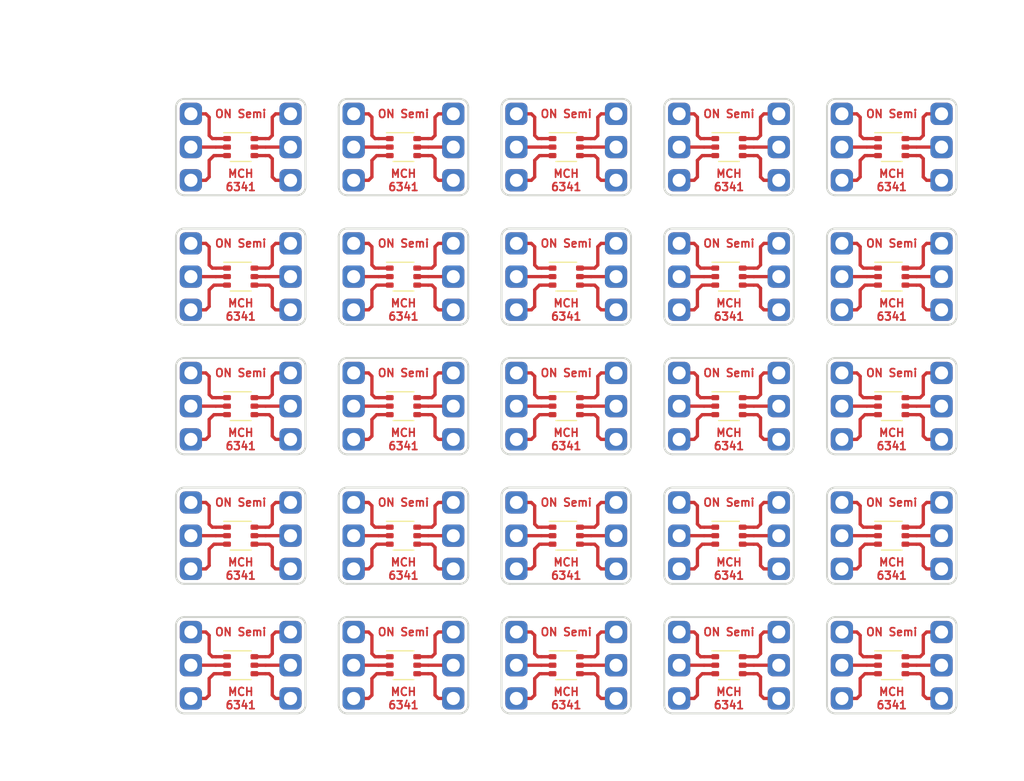
<source format=kicad_pcb>
(kicad_pcb (version 20171130) (host pcbnew "(5.0.2)-1")
  (layers (0 F.Cu signal) (31 B.Cu signal) (34 B.Paste user) (35 F.Paste user) (36 B.SilkS user) (37 F.SilkS user) (38 B.Mask user) (39 F.Mask user) (44 Edge.Cuts user))
  (net 0 "")
  (net 1 /D)
  (net 2 /G)
  (net 3 /S)
  (module SA_Transistors_MOSFET_SMD:ON_Semi_MCH6341-TL-W_SOT-363_SC-70-6_SC-88 (layer F.Cu) (at 178.054 133.604)
    (fp_text reference Q1 hide)
    (fp_text value ON_Semi_MCH6341-TL-W)
    (pad D smd roundrect (at 1.05 -0.65) (size 0.6 0.4) (layers F.Cu F.Paste F.Mask) (net 1 /D))
    (pad S smd roundrect (at 1.05 0.65) (size 0.6 0.4) (layers F.Cu F.Paste F.Mask) (net 3 /S))
    (pad D smd roundrect (at -1.05 0) (size 0.6 0.4) (layers F.Cu F.Paste F.Mask) (net 1 /D))
    (pad D smd roundrect (at 1.05 0) (size 0.6 0.4) (layers F.Cu F.Paste F.Mask) (net 1 /D))
    (pad G smd roundrect (at -1.05 0.65) (size 0.6 0.4) (layers F.Cu F.Paste F.Mask) (net 2 /G))
    (pad D smd roundrect (at -1.05 -0.65) (size 0.6 0.4) (layers F.Cu F.Paste F.Mask) (net 1 /D))
  )
  (module SA_Transistors_MOSFET_SMD:ON_Semi_MCH6341-TL-W_SOT-363_SC-70-6_SC-88 (layer F.Cu) (at 165.608 133.604)
    (fp_text reference Q1 hide)
    (fp_text value ON_Semi_MCH6341-TL-W)
    (pad D smd roundrect (at 1.05 -0.65) (size 0.6 0.4) (layers F.Cu F.Paste F.Mask) (net 1 /D))
    (pad S smd roundrect (at 1.05 0.65) (size 0.6 0.4) (layers F.Cu F.Paste F.Mask) (net 3 /S))
    (pad D smd roundrect (at -1.05 0) (size 0.6 0.4) (layers F.Cu F.Paste F.Mask) (net 1 /D))
    (pad D smd roundrect (at 1.05 0) (size 0.6 0.4) (layers F.Cu F.Paste F.Mask) (net 1 /D))
    (pad G smd roundrect (at -1.05 0.65) (size 0.6 0.4) (layers F.Cu F.Paste F.Mask) (net 2 /G))
    (pad D smd roundrect (at -1.05 -0.65) (size 0.6 0.4) (layers F.Cu F.Paste F.Mask) (net 1 /D))
  )
  (module SA_Transistors_MOSFET_SMD:ON_Semi_MCH6341-TL-W_SOT-363_SC-70-6_SC-88 (layer F.Cu) (at 153.162 133.604)
    (fp_text reference Q1 hide)
    (fp_text value ON_Semi_MCH6341-TL-W)
    (pad D smd roundrect (at 1.05 -0.65) (size 0.6 0.4) (layers F.Cu F.Paste F.Mask) (net 1 /D))
    (pad S smd roundrect (at 1.05 0.65) (size 0.6 0.4) (layers F.Cu F.Paste F.Mask) (net 3 /S))
    (pad D smd roundrect (at -1.05 0) (size 0.6 0.4) (layers F.Cu F.Paste F.Mask) (net 1 /D))
    (pad D smd roundrect (at 1.05 0) (size 0.6 0.4) (layers F.Cu F.Paste F.Mask) (net 1 /D))
    (pad G smd roundrect (at -1.05 0.65) (size 0.6 0.4) (layers F.Cu F.Paste F.Mask) (net 2 /G))
    (pad D smd roundrect (at -1.05 -0.65) (size 0.6 0.4) (layers F.Cu F.Paste F.Mask) (net 1 /D))
  )
  (module SA_Transistors_MOSFET_SMD:ON_Semi_MCH6341-TL-W_SOT-363_SC-70-6_SC-88 (layer F.Cu) (at 140.716 133.604)
    (fp_text reference Q1 hide)
    (fp_text value ON_Semi_MCH6341-TL-W)
    (pad D smd roundrect (at 1.05 -0.65) (size 0.6 0.4) (layers F.Cu F.Paste F.Mask) (net 1 /D))
    (pad S smd roundrect (at 1.05 0.65) (size 0.6 0.4) (layers F.Cu F.Paste F.Mask) (net 3 /S))
    (pad D smd roundrect (at -1.05 0) (size 0.6 0.4) (layers F.Cu F.Paste F.Mask) (net 1 /D))
    (pad D smd roundrect (at 1.05 0) (size 0.6 0.4) (layers F.Cu F.Paste F.Mask) (net 1 /D))
    (pad G smd roundrect (at -1.05 0.65) (size 0.6 0.4) (layers F.Cu F.Paste F.Mask) (net 2 /G))
    (pad D smd roundrect (at -1.05 -0.65) (size 0.6 0.4) (layers F.Cu F.Paste F.Mask) (net 1 /D))
  )
  (module SA_Transistors_MOSFET_SMD:ON_Semi_MCH6341-TL-W_SOT-363_SC-70-6_SC-88 (layer F.Cu) (at 128.27 133.604)
    (fp_text reference Q1 hide)
    (fp_text value ON_Semi_MCH6341-TL-W)
    (pad D smd roundrect (at 1.05 -0.65) (size 0.6 0.4) (layers F.Cu F.Paste F.Mask) (net 1 /D))
    (pad S smd roundrect (at 1.05 0.65) (size 0.6 0.4) (layers F.Cu F.Paste F.Mask) (net 3 /S))
    (pad D smd roundrect (at -1.05 0) (size 0.6 0.4) (layers F.Cu F.Paste F.Mask) (net 1 /D))
    (pad D smd roundrect (at 1.05 0) (size 0.6 0.4) (layers F.Cu F.Paste F.Mask) (net 1 /D))
    (pad G smd roundrect (at -1.05 0.65) (size 0.6 0.4) (layers F.Cu F.Paste F.Mask) (net 2 /G))
    (pad D smd roundrect (at -1.05 -0.65) (size 0.6 0.4) (layers F.Cu F.Paste F.Mask) (net 1 /D))
  )
  (module SA_Transistors_MOSFET_SMD:ON_Semi_MCH6341-TL-W_SOT-363_SC-70-6_SC-88 (layer F.Cu) (at 178.054 123.698)
    (fp_text reference Q1 hide)
    (fp_text value ON_Semi_MCH6341-TL-W)
    (pad D smd roundrect (at 1.05 -0.65) (size 0.6 0.4) (layers F.Cu F.Paste F.Mask) (net 1 /D))
    (pad S smd roundrect (at 1.05 0.65) (size 0.6 0.4) (layers F.Cu F.Paste F.Mask) (net 3 /S))
    (pad D smd roundrect (at -1.05 0) (size 0.6 0.4) (layers F.Cu F.Paste F.Mask) (net 1 /D))
    (pad D smd roundrect (at 1.05 0) (size 0.6 0.4) (layers F.Cu F.Paste F.Mask) (net 1 /D))
    (pad G smd roundrect (at -1.05 0.65) (size 0.6 0.4) (layers F.Cu F.Paste F.Mask) (net 2 /G))
    (pad D smd roundrect (at -1.05 -0.65) (size 0.6 0.4) (layers F.Cu F.Paste F.Mask) (net 1 /D))
  )
  (module SA_Transistors_MOSFET_SMD:ON_Semi_MCH6341-TL-W_SOT-363_SC-70-6_SC-88 (layer F.Cu) (at 165.608 123.698)
    (fp_text reference Q1 hide)
    (fp_text value ON_Semi_MCH6341-TL-W)
    (pad D smd roundrect (at 1.05 -0.65) (size 0.6 0.4) (layers F.Cu F.Paste F.Mask) (net 1 /D))
    (pad S smd roundrect (at 1.05 0.65) (size 0.6 0.4) (layers F.Cu F.Paste F.Mask) (net 3 /S))
    (pad D smd roundrect (at -1.05 0) (size 0.6 0.4) (layers F.Cu F.Paste F.Mask) (net 1 /D))
    (pad D smd roundrect (at 1.05 0) (size 0.6 0.4) (layers F.Cu F.Paste F.Mask) (net 1 /D))
    (pad G smd roundrect (at -1.05 0.65) (size 0.6 0.4) (layers F.Cu F.Paste F.Mask) (net 2 /G))
    (pad D smd roundrect (at -1.05 -0.65) (size 0.6 0.4) (layers F.Cu F.Paste F.Mask) (net 1 /D))
  )
  (module SA_Transistors_MOSFET_SMD:ON_Semi_MCH6341-TL-W_SOT-363_SC-70-6_SC-88 (layer F.Cu) (at 153.162 123.698)
    (fp_text reference Q1 hide)
    (fp_text value ON_Semi_MCH6341-TL-W)
    (pad D smd roundrect (at 1.05 -0.65) (size 0.6 0.4) (layers F.Cu F.Paste F.Mask) (net 1 /D))
    (pad S smd roundrect (at 1.05 0.65) (size 0.6 0.4) (layers F.Cu F.Paste F.Mask) (net 3 /S))
    (pad D smd roundrect (at -1.05 0) (size 0.6 0.4) (layers F.Cu F.Paste F.Mask) (net 1 /D))
    (pad D smd roundrect (at 1.05 0) (size 0.6 0.4) (layers F.Cu F.Paste F.Mask) (net 1 /D))
    (pad G smd roundrect (at -1.05 0.65) (size 0.6 0.4) (layers F.Cu F.Paste F.Mask) (net 2 /G))
    (pad D smd roundrect (at -1.05 -0.65) (size 0.6 0.4) (layers F.Cu F.Paste F.Mask) (net 1 /D))
  )
  (module SA_Transistors_MOSFET_SMD:ON_Semi_MCH6341-TL-W_SOT-363_SC-70-6_SC-88 (layer F.Cu) (at 140.716 123.698)
    (fp_text reference Q1 hide)
    (fp_text value ON_Semi_MCH6341-TL-W)
    (pad D smd roundrect (at 1.05 -0.65) (size 0.6 0.4) (layers F.Cu F.Paste F.Mask) (net 1 /D))
    (pad S smd roundrect (at 1.05 0.65) (size 0.6 0.4) (layers F.Cu F.Paste F.Mask) (net 3 /S))
    (pad D smd roundrect (at -1.05 0) (size 0.6 0.4) (layers F.Cu F.Paste F.Mask) (net 1 /D))
    (pad D smd roundrect (at 1.05 0) (size 0.6 0.4) (layers F.Cu F.Paste F.Mask) (net 1 /D))
    (pad G smd roundrect (at -1.05 0.65) (size 0.6 0.4) (layers F.Cu F.Paste F.Mask) (net 2 /G))
    (pad D smd roundrect (at -1.05 -0.65) (size 0.6 0.4) (layers F.Cu F.Paste F.Mask) (net 1 /D))
  )
  (module SA_Transistors_MOSFET_SMD:ON_Semi_MCH6341-TL-W_SOT-363_SC-70-6_SC-88 (layer F.Cu) (at 128.27 123.698)
    (fp_text reference Q1 hide)
    (fp_text value ON_Semi_MCH6341-TL-W)
    (pad D smd roundrect (at 1.05 -0.65) (size 0.6 0.4) (layers F.Cu F.Paste F.Mask) (net 1 /D))
    (pad S smd roundrect (at 1.05 0.65) (size 0.6 0.4) (layers F.Cu F.Paste F.Mask) (net 3 /S))
    (pad D smd roundrect (at -1.05 0) (size 0.6 0.4) (layers F.Cu F.Paste F.Mask) (net 1 /D))
    (pad D smd roundrect (at 1.05 0) (size 0.6 0.4) (layers F.Cu F.Paste F.Mask) (net 1 /D))
    (pad G smd roundrect (at -1.05 0.65) (size 0.6 0.4) (layers F.Cu F.Paste F.Mask) (net 2 /G))
    (pad D smd roundrect (at -1.05 -0.65) (size 0.6 0.4) (layers F.Cu F.Paste F.Mask) (net 1 /D))
  )
  (module SA_Transistors_MOSFET_SMD:ON_Semi_MCH6341-TL-W_SOT-363_SC-70-6_SC-88 (layer F.Cu) (at 178.054 113.792)
    (fp_text reference Q1 hide)
    (fp_text value ON_Semi_MCH6341-TL-W)
    (pad D smd roundrect (at 1.05 -0.65) (size 0.6 0.4) (layers F.Cu F.Paste F.Mask) (net 1 /D))
    (pad S smd roundrect (at 1.05 0.65) (size 0.6 0.4) (layers F.Cu F.Paste F.Mask) (net 3 /S))
    (pad D smd roundrect (at -1.05 0) (size 0.6 0.4) (layers F.Cu F.Paste F.Mask) (net 1 /D))
    (pad D smd roundrect (at 1.05 0) (size 0.6 0.4) (layers F.Cu F.Paste F.Mask) (net 1 /D))
    (pad G smd roundrect (at -1.05 0.65) (size 0.6 0.4) (layers F.Cu F.Paste F.Mask) (net 2 /G))
    (pad D smd roundrect (at -1.05 -0.65) (size 0.6 0.4) (layers F.Cu F.Paste F.Mask) (net 1 /D))
  )
  (module SA_Transistors_MOSFET_SMD:ON_Semi_MCH6341-TL-W_SOT-363_SC-70-6_SC-88 (layer F.Cu) (at 165.608 113.792)
    (fp_text reference Q1 hide)
    (fp_text value ON_Semi_MCH6341-TL-W)
    (pad D smd roundrect (at 1.05 -0.65) (size 0.6 0.4) (layers F.Cu F.Paste F.Mask) (net 1 /D))
    (pad S smd roundrect (at 1.05 0.65) (size 0.6 0.4) (layers F.Cu F.Paste F.Mask) (net 3 /S))
    (pad D smd roundrect (at -1.05 0) (size 0.6 0.4) (layers F.Cu F.Paste F.Mask) (net 1 /D))
    (pad D smd roundrect (at 1.05 0) (size 0.6 0.4) (layers F.Cu F.Paste F.Mask) (net 1 /D))
    (pad G smd roundrect (at -1.05 0.65) (size 0.6 0.4) (layers F.Cu F.Paste F.Mask) (net 2 /G))
    (pad D smd roundrect (at -1.05 -0.65) (size 0.6 0.4) (layers F.Cu F.Paste F.Mask) (net 1 /D))
  )
  (module SA_Transistors_MOSFET_SMD:ON_Semi_MCH6341-TL-W_SOT-363_SC-70-6_SC-88 (layer F.Cu) (at 153.162 113.792)
    (fp_text reference Q1 hide)
    (fp_text value ON_Semi_MCH6341-TL-W)
    (pad D smd roundrect (at 1.05 -0.65) (size 0.6 0.4) (layers F.Cu F.Paste F.Mask) (net 1 /D))
    (pad S smd roundrect (at 1.05 0.65) (size 0.6 0.4) (layers F.Cu F.Paste F.Mask) (net 3 /S))
    (pad D smd roundrect (at -1.05 0) (size 0.6 0.4) (layers F.Cu F.Paste F.Mask) (net 1 /D))
    (pad D smd roundrect (at 1.05 0) (size 0.6 0.4) (layers F.Cu F.Paste F.Mask) (net 1 /D))
    (pad G smd roundrect (at -1.05 0.65) (size 0.6 0.4) (layers F.Cu F.Paste F.Mask) (net 2 /G))
    (pad D smd roundrect (at -1.05 -0.65) (size 0.6 0.4) (layers F.Cu F.Paste F.Mask) (net 1 /D))
  )
  (module SA_Transistors_MOSFET_SMD:ON_Semi_MCH6341-TL-W_SOT-363_SC-70-6_SC-88 (layer F.Cu) (at 140.716 113.792)
    (fp_text reference Q1 hide)
    (fp_text value ON_Semi_MCH6341-TL-W)
    (pad D smd roundrect (at 1.05 -0.65) (size 0.6 0.4) (layers F.Cu F.Paste F.Mask) (net 1 /D))
    (pad S smd roundrect (at 1.05 0.65) (size 0.6 0.4) (layers F.Cu F.Paste F.Mask) (net 3 /S))
    (pad D smd roundrect (at -1.05 0) (size 0.6 0.4) (layers F.Cu F.Paste F.Mask) (net 1 /D))
    (pad D smd roundrect (at 1.05 0) (size 0.6 0.4) (layers F.Cu F.Paste F.Mask) (net 1 /D))
    (pad G smd roundrect (at -1.05 0.65) (size 0.6 0.4) (layers F.Cu F.Paste F.Mask) (net 2 /G))
    (pad D smd roundrect (at -1.05 -0.65) (size 0.6 0.4) (layers F.Cu F.Paste F.Mask) (net 1 /D))
  )
  (module SA_Transistors_MOSFET_SMD:ON_Semi_MCH6341-TL-W_SOT-363_SC-70-6_SC-88 (layer F.Cu) (at 128.27 113.792)
    (fp_text reference Q1 hide)
    (fp_text value ON_Semi_MCH6341-TL-W)
    (pad D smd roundrect (at 1.05 -0.65) (size 0.6 0.4) (layers F.Cu F.Paste F.Mask) (net 1 /D))
    (pad S smd roundrect (at 1.05 0.65) (size 0.6 0.4) (layers F.Cu F.Paste F.Mask) (net 3 /S))
    (pad D smd roundrect (at -1.05 0) (size 0.6 0.4) (layers F.Cu F.Paste F.Mask) (net 1 /D))
    (pad D smd roundrect (at 1.05 0) (size 0.6 0.4) (layers F.Cu F.Paste F.Mask) (net 1 /D))
    (pad G smd roundrect (at -1.05 0.65) (size 0.6 0.4) (layers F.Cu F.Paste F.Mask) (net 2 /G))
    (pad D smd roundrect (at -1.05 -0.65) (size 0.6 0.4) (layers F.Cu F.Paste F.Mask) (net 1 /D))
  )
  (module SA_Transistors_MOSFET_SMD:ON_Semi_MCH6341-TL-W_SOT-363_SC-70-6_SC-88 (layer F.Cu) (at 178.054 103.886)
    (fp_text reference Q1 hide)
    (fp_text value ON_Semi_MCH6341-TL-W)
    (pad D smd roundrect (at 1.05 -0.65) (size 0.6 0.4) (layers F.Cu F.Paste F.Mask) (net 1 /D))
    (pad S smd roundrect (at 1.05 0.65) (size 0.6 0.4) (layers F.Cu F.Paste F.Mask) (net 3 /S))
    (pad D smd roundrect (at -1.05 0) (size 0.6 0.4) (layers F.Cu F.Paste F.Mask) (net 1 /D))
    (pad D smd roundrect (at 1.05 0) (size 0.6 0.4) (layers F.Cu F.Paste F.Mask) (net 1 /D))
    (pad G smd roundrect (at -1.05 0.65) (size 0.6 0.4) (layers F.Cu F.Paste F.Mask) (net 2 /G))
    (pad D smd roundrect (at -1.05 -0.65) (size 0.6 0.4) (layers F.Cu F.Paste F.Mask) (net 1 /D))
  )
  (module SA_Transistors_MOSFET_SMD:ON_Semi_MCH6341-TL-W_SOT-363_SC-70-6_SC-88 (layer F.Cu) (at 165.608 103.886)
    (fp_text reference Q1 hide)
    (fp_text value ON_Semi_MCH6341-TL-W)
    (pad D smd roundrect (at 1.05 -0.65) (size 0.6 0.4) (layers F.Cu F.Paste F.Mask) (net 1 /D))
    (pad S smd roundrect (at 1.05 0.65) (size 0.6 0.4) (layers F.Cu F.Paste F.Mask) (net 3 /S))
    (pad D smd roundrect (at -1.05 0) (size 0.6 0.4) (layers F.Cu F.Paste F.Mask) (net 1 /D))
    (pad D smd roundrect (at 1.05 0) (size 0.6 0.4) (layers F.Cu F.Paste F.Mask) (net 1 /D))
    (pad G smd roundrect (at -1.05 0.65) (size 0.6 0.4) (layers F.Cu F.Paste F.Mask) (net 2 /G))
    (pad D smd roundrect (at -1.05 -0.65) (size 0.6 0.4) (layers F.Cu F.Paste F.Mask) (net 1 /D))
  )
  (module SA_Transistors_MOSFET_SMD:ON_Semi_MCH6341-TL-W_SOT-363_SC-70-6_SC-88 (layer F.Cu) (at 153.162 103.886)
    (fp_text reference Q1 hide)
    (fp_text value ON_Semi_MCH6341-TL-W)
    (pad D smd roundrect (at 1.05 -0.65) (size 0.6 0.4) (layers F.Cu F.Paste F.Mask) (net 1 /D))
    (pad S smd roundrect (at 1.05 0.65) (size 0.6 0.4) (layers F.Cu F.Paste F.Mask) (net 3 /S))
    (pad D smd roundrect (at -1.05 0) (size 0.6 0.4) (layers F.Cu F.Paste F.Mask) (net 1 /D))
    (pad D smd roundrect (at 1.05 0) (size 0.6 0.4) (layers F.Cu F.Paste F.Mask) (net 1 /D))
    (pad G smd roundrect (at -1.05 0.65) (size 0.6 0.4) (layers F.Cu F.Paste F.Mask) (net 2 /G))
    (pad D smd roundrect (at -1.05 -0.65) (size 0.6 0.4) (layers F.Cu F.Paste F.Mask) (net 1 /D))
  )
  (module SA_Transistors_MOSFET_SMD:ON_Semi_MCH6341-TL-W_SOT-363_SC-70-6_SC-88 (layer F.Cu) (at 140.716 103.886)
    (fp_text reference Q1 hide)
    (fp_text value ON_Semi_MCH6341-TL-W)
    (pad D smd roundrect (at 1.05 -0.65) (size 0.6 0.4) (layers F.Cu F.Paste F.Mask) (net 1 /D))
    (pad S smd roundrect (at 1.05 0.65) (size 0.6 0.4) (layers F.Cu F.Paste F.Mask) (net 3 /S))
    (pad D smd roundrect (at -1.05 0) (size 0.6 0.4) (layers F.Cu F.Paste F.Mask) (net 1 /D))
    (pad D smd roundrect (at 1.05 0) (size 0.6 0.4) (layers F.Cu F.Paste F.Mask) (net 1 /D))
    (pad G smd roundrect (at -1.05 0.65) (size 0.6 0.4) (layers F.Cu F.Paste F.Mask) (net 2 /G))
    (pad D smd roundrect (at -1.05 -0.65) (size 0.6 0.4) (layers F.Cu F.Paste F.Mask) (net 1 /D))
  )
  (module SA_Transistors_MOSFET_SMD:ON_Semi_MCH6341-TL-W_SOT-363_SC-70-6_SC-88 (layer F.Cu) (at 128.27 103.886)
    (fp_text reference Q1 hide)
    (fp_text value ON_Semi_MCH6341-TL-W)
    (pad D smd roundrect (at 1.05 -0.65) (size 0.6 0.4) (layers F.Cu F.Paste F.Mask) (net 1 /D))
    (pad S smd roundrect (at 1.05 0.65) (size 0.6 0.4) (layers F.Cu F.Paste F.Mask) (net 3 /S))
    (pad D smd roundrect (at -1.05 0) (size 0.6 0.4) (layers F.Cu F.Paste F.Mask) (net 1 /D))
    (pad D smd roundrect (at 1.05 0) (size 0.6 0.4) (layers F.Cu F.Paste F.Mask) (net 1 /D))
    (pad G smd roundrect (at -1.05 0.65) (size 0.6 0.4) (layers F.Cu F.Paste F.Mask) (net 2 /G))
    (pad D smd roundrect (at -1.05 -0.65) (size 0.6 0.4) (layers F.Cu F.Paste F.Mask) (net 1 /D))
  )
  (module SA_Transistors_MOSFET_SMD:ON_Semi_MCH6341-TL-W_SOT-363_SC-70-6_SC-88 (layer F.Cu) (at 178.054 93.98)
    (fp_text reference Q1 hide)
    (fp_text value ON_Semi_MCH6341-TL-W)
    (pad D smd roundrect (at 1.05 -0.65) (size 0.6 0.4) (layers F.Cu F.Paste F.Mask) (net 1 /D))
    (pad S smd roundrect (at 1.05 0.65) (size 0.6 0.4) (layers F.Cu F.Paste F.Mask) (net 3 /S))
    (pad D smd roundrect (at -1.05 0) (size 0.6 0.4) (layers F.Cu F.Paste F.Mask) (net 1 /D))
    (pad D smd roundrect (at 1.05 0) (size 0.6 0.4) (layers F.Cu F.Paste F.Mask) (net 1 /D))
    (pad G smd roundrect (at -1.05 0.65) (size 0.6 0.4) (layers F.Cu F.Paste F.Mask) (net 2 /G))
    (pad D smd roundrect (at -1.05 -0.65) (size 0.6 0.4) (layers F.Cu F.Paste F.Mask) (net 1 /D))
  )
  (module SA_Transistors_MOSFET_SMD:ON_Semi_MCH6341-TL-W_SOT-363_SC-70-6_SC-88 (layer F.Cu) (at 165.608 93.98)
    (fp_text reference Q1 hide)
    (fp_text value ON_Semi_MCH6341-TL-W)
    (pad D smd roundrect (at 1.05 -0.65) (size 0.6 0.4) (layers F.Cu F.Paste F.Mask) (net 1 /D))
    (pad S smd roundrect (at 1.05 0.65) (size 0.6 0.4) (layers F.Cu F.Paste F.Mask) (net 3 /S))
    (pad D smd roundrect (at -1.05 0) (size 0.6 0.4) (layers F.Cu F.Paste F.Mask) (net 1 /D))
    (pad D smd roundrect (at 1.05 0) (size 0.6 0.4) (layers F.Cu F.Paste F.Mask) (net 1 /D))
    (pad G smd roundrect (at -1.05 0.65) (size 0.6 0.4) (layers F.Cu F.Paste F.Mask) (net 2 /G))
    (pad D smd roundrect (at -1.05 -0.65) (size 0.6 0.4) (layers F.Cu F.Paste F.Mask) (net 1 /D))
  )
  (module SA_Transistors_MOSFET_SMD:ON_Semi_MCH6341-TL-W_SOT-363_SC-70-6_SC-88 (layer F.Cu) (at 153.162 93.98)
    (fp_text reference Q1 hide)
    (fp_text value ON_Semi_MCH6341-TL-W)
    (pad D smd roundrect (at 1.05 -0.65) (size 0.6 0.4) (layers F.Cu F.Paste F.Mask) (net 1 /D))
    (pad S smd roundrect (at 1.05 0.65) (size 0.6 0.4) (layers F.Cu F.Paste F.Mask) (net 3 /S))
    (pad D smd roundrect (at -1.05 0) (size 0.6 0.4) (layers F.Cu F.Paste F.Mask) (net 1 /D))
    (pad D smd roundrect (at 1.05 0) (size 0.6 0.4) (layers F.Cu F.Paste F.Mask) (net 1 /D))
    (pad G smd roundrect (at -1.05 0.65) (size 0.6 0.4) (layers F.Cu F.Paste F.Mask) (net 2 /G))
    (pad D smd roundrect (at -1.05 -0.65) (size 0.6 0.4) (layers F.Cu F.Paste F.Mask) (net 1 /D))
  )
  (module SA_Transistors_MOSFET_SMD:ON_Semi_MCH6341-TL-W_SOT-363_SC-70-6_SC-88 (layer F.Cu) (at 140.716 93.98)
    (fp_text reference Q1 hide)
    (fp_text value ON_Semi_MCH6341-TL-W)
    (pad D smd roundrect (at 1.05 -0.65) (size 0.6 0.4) (layers F.Cu F.Paste F.Mask) (net 1 /D))
    (pad S smd roundrect (at 1.05 0.65) (size 0.6 0.4) (layers F.Cu F.Paste F.Mask) (net 3 /S))
    (pad D smd roundrect (at -1.05 0) (size 0.6 0.4) (layers F.Cu F.Paste F.Mask) (net 1 /D))
    (pad D smd roundrect (at 1.05 0) (size 0.6 0.4) (layers F.Cu F.Paste F.Mask) (net 1 /D))
    (pad G smd roundrect (at -1.05 0.65) (size 0.6 0.4) (layers F.Cu F.Paste F.Mask) (net 2 /G))
    (pad D smd roundrect (at -1.05 -0.65) (size 0.6 0.4) (layers F.Cu F.Paste F.Mask) (net 1 /D))
  )
  (module SA_Connectors_Pin_Headers_THT:PinHeader_1x03_P2.54mm_Vertical_Bottom (layer F.Cu) (at 181.864 131.064)
    (fp_text reference J2 hide)
    (fp_text value PinHeader_1x03_P2.54mm_Vertical_Bottom hide)
    (pad 1 thru_hole roundrect (at 0 0) (size 1.7 1.7) (drill 1) (layers *.Cu *.Mask) (net 1 /D))
    (pad 2 thru_hole roundrect (at 0 2.54) (size 1.7 1.7) (drill 1) (layers *.Cu *.Mask) (net 1 /D))
    (pad 3 thru_hole roundrect (at 0 5.08) (size 1.7 1.7) (drill 1) (layers *.Cu *.Mask) (net 3 /S))
  )
  (module SA_Connectors_Pin_Headers_THT:PinHeader_1x03_P2.54mm_Vertical_Bottom (layer F.Cu) (at 169.418 131.064)
    (fp_text reference J2 hide)
    (fp_text value PinHeader_1x03_P2.54mm_Vertical_Bottom hide)
    (pad 1 thru_hole roundrect (at 0 0) (size 1.7 1.7) (drill 1) (layers *.Cu *.Mask) (net 1 /D))
    (pad 2 thru_hole roundrect (at 0 2.54) (size 1.7 1.7) (drill 1) (layers *.Cu *.Mask) (net 1 /D))
    (pad 3 thru_hole roundrect (at 0 5.08) (size 1.7 1.7) (drill 1) (layers *.Cu *.Mask) (net 3 /S))
  )
  (module SA_Connectors_Pin_Headers_THT:PinHeader_1x03_P2.54mm_Vertical_Bottom (layer F.Cu) (at 156.972 131.064)
    (fp_text reference J2 hide)
    (fp_text value PinHeader_1x03_P2.54mm_Vertical_Bottom hide)
    (pad 1 thru_hole roundrect (at 0 0) (size 1.7 1.7) (drill 1) (layers *.Cu *.Mask) (net 1 /D))
    (pad 2 thru_hole roundrect (at 0 2.54) (size 1.7 1.7) (drill 1) (layers *.Cu *.Mask) (net 1 /D))
    (pad 3 thru_hole roundrect (at 0 5.08) (size 1.7 1.7) (drill 1) (layers *.Cu *.Mask) (net 3 /S))
  )
  (module SA_Connectors_Pin_Headers_THT:PinHeader_1x03_P2.54mm_Vertical_Bottom (layer F.Cu) (at 144.526 131.064)
    (fp_text reference J2 hide)
    (fp_text value PinHeader_1x03_P2.54mm_Vertical_Bottom hide)
    (pad 1 thru_hole roundrect (at 0 0) (size 1.7 1.7) (drill 1) (layers *.Cu *.Mask) (net 1 /D))
    (pad 2 thru_hole roundrect (at 0 2.54) (size 1.7 1.7) (drill 1) (layers *.Cu *.Mask) (net 1 /D))
    (pad 3 thru_hole roundrect (at 0 5.08) (size 1.7 1.7) (drill 1) (layers *.Cu *.Mask) (net 3 /S))
  )
  (module SA_Connectors_Pin_Headers_THT:PinHeader_1x03_P2.54mm_Vertical_Bottom (layer F.Cu) (at 132.08 131.064)
    (fp_text reference J2 hide)
    (fp_text value PinHeader_1x03_P2.54mm_Vertical_Bottom hide)
    (pad 1 thru_hole roundrect (at 0 0) (size 1.7 1.7) (drill 1) (layers *.Cu *.Mask) (net 1 /D))
    (pad 2 thru_hole roundrect (at 0 2.54) (size 1.7 1.7) (drill 1) (layers *.Cu *.Mask) (net 1 /D))
    (pad 3 thru_hole roundrect (at 0 5.08) (size 1.7 1.7) (drill 1) (layers *.Cu *.Mask) (net 3 /S))
  )
  (module SA_Connectors_Pin_Headers_THT:PinHeader_1x03_P2.54mm_Vertical_Bottom (layer F.Cu) (at 181.864 121.158)
    (fp_text reference J2 hide)
    (fp_text value PinHeader_1x03_P2.54mm_Vertical_Bottom hide)
    (pad 1 thru_hole roundrect (at 0 0) (size 1.7 1.7) (drill 1) (layers *.Cu *.Mask) (net 1 /D))
    (pad 2 thru_hole roundrect (at 0 2.54) (size 1.7 1.7) (drill 1) (layers *.Cu *.Mask) (net 1 /D))
    (pad 3 thru_hole roundrect (at 0 5.08) (size 1.7 1.7) (drill 1) (layers *.Cu *.Mask) (net 3 /S))
  )
  (module SA_Connectors_Pin_Headers_THT:PinHeader_1x03_P2.54mm_Vertical_Bottom (layer F.Cu) (at 169.418 121.158)
    (fp_text reference J2 hide)
    (fp_text value PinHeader_1x03_P2.54mm_Vertical_Bottom hide)
    (pad 1 thru_hole roundrect (at 0 0) (size 1.7 1.7) (drill 1) (layers *.Cu *.Mask) (net 1 /D))
    (pad 2 thru_hole roundrect (at 0 2.54) (size 1.7 1.7) (drill 1) (layers *.Cu *.Mask) (net 1 /D))
    (pad 3 thru_hole roundrect (at 0 5.08) (size 1.7 1.7) (drill 1) (layers *.Cu *.Mask) (net 3 /S))
  )
  (module SA_Connectors_Pin_Headers_THT:PinHeader_1x03_P2.54mm_Vertical_Bottom (layer F.Cu) (at 156.972 121.158)
    (fp_text reference J2 hide)
    (fp_text value PinHeader_1x03_P2.54mm_Vertical_Bottom hide)
    (pad 1 thru_hole roundrect (at 0 0) (size 1.7 1.7) (drill 1) (layers *.Cu *.Mask) (net 1 /D))
    (pad 2 thru_hole roundrect (at 0 2.54) (size 1.7 1.7) (drill 1) (layers *.Cu *.Mask) (net 1 /D))
    (pad 3 thru_hole roundrect (at 0 5.08) (size 1.7 1.7) (drill 1) (layers *.Cu *.Mask) (net 3 /S))
  )
  (module SA_Connectors_Pin_Headers_THT:PinHeader_1x03_P2.54mm_Vertical_Bottom (layer F.Cu) (at 144.526 121.158)
    (fp_text reference J2 hide)
    (fp_text value PinHeader_1x03_P2.54mm_Vertical_Bottom hide)
    (pad 1 thru_hole roundrect (at 0 0) (size 1.7 1.7) (drill 1) (layers *.Cu *.Mask) (net 1 /D))
    (pad 2 thru_hole roundrect (at 0 2.54) (size 1.7 1.7) (drill 1) (layers *.Cu *.Mask) (net 1 /D))
    (pad 3 thru_hole roundrect (at 0 5.08) (size 1.7 1.7) (drill 1) (layers *.Cu *.Mask) (net 3 /S))
  )
  (module SA_Connectors_Pin_Headers_THT:PinHeader_1x03_P2.54mm_Vertical_Bottom (layer F.Cu) (at 132.08 121.158)
    (fp_text reference J2 hide)
    (fp_text value PinHeader_1x03_P2.54mm_Vertical_Bottom hide)
    (pad 1 thru_hole roundrect (at 0 0) (size 1.7 1.7) (drill 1) (layers *.Cu *.Mask) (net 1 /D))
    (pad 2 thru_hole roundrect (at 0 2.54) (size 1.7 1.7) (drill 1) (layers *.Cu *.Mask) (net 1 /D))
    (pad 3 thru_hole roundrect (at 0 5.08) (size 1.7 1.7) (drill 1) (layers *.Cu *.Mask) (net 3 /S))
  )
  (module SA_Connectors_Pin_Headers_THT:PinHeader_1x03_P2.54mm_Vertical_Bottom (layer F.Cu) (at 181.864 111.252)
    (fp_text reference J2 hide)
    (fp_text value PinHeader_1x03_P2.54mm_Vertical_Bottom hide)
    (pad 1 thru_hole roundrect (at 0 0) (size 1.7 1.7) (drill 1) (layers *.Cu *.Mask) (net 1 /D))
    (pad 2 thru_hole roundrect (at 0 2.54) (size 1.7 1.7) (drill 1) (layers *.Cu *.Mask) (net 1 /D))
    (pad 3 thru_hole roundrect (at 0 5.08) (size 1.7 1.7) (drill 1) (layers *.Cu *.Mask) (net 3 /S))
  )
  (module SA_Connectors_Pin_Headers_THT:PinHeader_1x03_P2.54mm_Vertical_Bottom (layer F.Cu) (at 169.418 111.252)
    (fp_text reference J2 hide)
    (fp_text value PinHeader_1x03_P2.54mm_Vertical_Bottom hide)
    (pad 1 thru_hole roundrect (at 0 0) (size 1.7 1.7) (drill 1) (layers *.Cu *.Mask) (net 1 /D))
    (pad 2 thru_hole roundrect (at 0 2.54) (size 1.7 1.7) (drill 1) (layers *.Cu *.Mask) (net 1 /D))
    (pad 3 thru_hole roundrect (at 0 5.08) (size 1.7 1.7) (drill 1) (layers *.Cu *.Mask) (net 3 /S))
  )
  (module SA_Connectors_Pin_Headers_THT:PinHeader_1x03_P2.54mm_Vertical_Bottom (layer F.Cu) (at 156.972 111.252)
    (fp_text reference J2 hide)
    (fp_text value PinHeader_1x03_P2.54mm_Vertical_Bottom hide)
    (pad 1 thru_hole roundrect (at 0 0) (size 1.7 1.7) (drill 1) (layers *.Cu *.Mask) (net 1 /D))
    (pad 2 thru_hole roundrect (at 0 2.54) (size 1.7 1.7) (drill 1) (layers *.Cu *.Mask) (net 1 /D))
    (pad 3 thru_hole roundrect (at 0 5.08) (size 1.7 1.7) (drill 1) (layers *.Cu *.Mask) (net 3 /S))
  )
  (module SA_Connectors_Pin_Headers_THT:PinHeader_1x03_P2.54mm_Vertical_Bottom (layer F.Cu) (at 144.526 111.252)
    (fp_text reference J2 hide)
    (fp_text value PinHeader_1x03_P2.54mm_Vertical_Bottom hide)
    (pad 1 thru_hole roundrect (at 0 0) (size 1.7 1.7) (drill 1) (layers *.Cu *.Mask) (net 1 /D))
    (pad 2 thru_hole roundrect (at 0 2.54) (size 1.7 1.7) (drill 1) (layers *.Cu *.Mask) (net 1 /D))
    (pad 3 thru_hole roundrect (at 0 5.08) (size 1.7 1.7) (drill 1) (layers *.Cu *.Mask) (net 3 /S))
  )
  (module SA_Connectors_Pin_Headers_THT:PinHeader_1x03_P2.54mm_Vertical_Bottom (layer F.Cu) (at 132.08 111.252)
    (fp_text reference J2 hide)
    (fp_text value PinHeader_1x03_P2.54mm_Vertical_Bottom hide)
    (pad 1 thru_hole roundrect (at 0 0) (size 1.7 1.7) (drill 1) (layers *.Cu *.Mask) (net 1 /D))
    (pad 2 thru_hole roundrect (at 0 2.54) (size 1.7 1.7) (drill 1) (layers *.Cu *.Mask) (net 1 /D))
    (pad 3 thru_hole roundrect (at 0 5.08) (size 1.7 1.7) (drill 1) (layers *.Cu *.Mask) (net 3 /S))
  )
  (module SA_Connectors_Pin_Headers_THT:PinHeader_1x03_P2.54mm_Vertical_Bottom (layer F.Cu) (at 181.864 101.346)
    (fp_text reference J2 hide)
    (fp_text value PinHeader_1x03_P2.54mm_Vertical_Bottom hide)
    (pad 1 thru_hole roundrect (at 0 0) (size 1.7 1.7) (drill 1) (layers *.Cu *.Mask) (net 1 /D))
    (pad 2 thru_hole roundrect (at 0 2.54) (size 1.7 1.7) (drill 1) (layers *.Cu *.Mask) (net 1 /D))
    (pad 3 thru_hole roundrect (at 0 5.08) (size 1.7 1.7) (drill 1) (layers *.Cu *.Mask) (net 3 /S))
  )
  (module SA_Connectors_Pin_Headers_THT:PinHeader_1x03_P2.54mm_Vertical_Bottom (layer F.Cu) (at 169.418 101.346)
    (fp_text reference J2 hide)
    (fp_text value PinHeader_1x03_P2.54mm_Vertical_Bottom hide)
    (pad 1 thru_hole roundrect (at 0 0) (size 1.7 1.7) (drill 1) (layers *.Cu *.Mask) (net 1 /D))
    (pad 2 thru_hole roundrect (at 0 2.54) (size 1.7 1.7) (drill 1) (layers *.Cu *.Mask) (net 1 /D))
    (pad 3 thru_hole roundrect (at 0 5.08) (size 1.7 1.7) (drill 1) (layers *.Cu *.Mask) (net 3 /S))
  )
  (module SA_Connectors_Pin_Headers_THT:PinHeader_1x03_P2.54mm_Vertical_Bottom (layer F.Cu) (at 156.972 101.346)
    (fp_text reference J2 hide)
    (fp_text value PinHeader_1x03_P2.54mm_Vertical_Bottom hide)
    (pad 1 thru_hole roundrect (at 0 0) (size 1.7 1.7) (drill 1) (layers *.Cu *.Mask) (net 1 /D))
    (pad 2 thru_hole roundrect (at 0 2.54) (size 1.7 1.7) (drill 1) (layers *.Cu *.Mask) (net 1 /D))
    (pad 3 thru_hole roundrect (at 0 5.08) (size 1.7 1.7) (drill 1) (layers *.Cu *.Mask) (net 3 /S))
  )
  (module SA_Connectors_Pin_Headers_THT:PinHeader_1x03_P2.54mm_Vertical_Bottom (layer F.Cu) (at 144.526 101.346)
    (fp_text reference J2 hide)
    (fp_text value PinHeader_1x03_P2.54mm_Vertical_Bottom hide)
    (pad 1 thru_hole roundrect (at 0 0) (size 1.7 1.7) (drill 1) (layers *.Cu *.Mask) (net 1 /D))
    (pad 2 thru_hole roundrect (at 0 2.54) (size 1.7 1.7) (drill 1) (layers *.Cu *.Mask) (net 1 /D))
    (pad 3 thru_hole roundrect (at 0 5.08) (size 1.7 1.7) (drill 1) (layers *.Cu *.Mask) (net 3 /S))
  )
  (module SA_Connectors_Pin_Headers_THT:PinHeader_1x03_P2.54mm_Vertical_Bottom (layer F.Cu) (at 132.08 101.346)
    (fp_text reference J2 hide)
    (fp_text value PinHeader_1x03_P2.54mm_Vertical_Bottom hide)
    (pad 1 thru_hole roundrect (at 0 0) (size 1.7 1.7) (drill 1) (layers *.Cu *.Mask) (net 1 /D))
    (pad 2 thru_hole roundrect (at 0 2.54) (size 1.7 1.7) (drill 1) (layers *.Cu *.Mask) (net 1 /D))
    (pad 3 thru_hole roundrect (at 0 5.08) (size 1.7 1.7) (drill 1) (layers *.Cu *.Mask) (net 3 /S))
  )
  (module SA_Connectors_Pin_Headers_THT:PinHeader_1x03_P2.54mm_Vertical_Bottom (layer F.Cu) (at 181.864 91.44)
    (fp_text reference J2 hide)
    (fp_text value PinHeader_1x03_P2.54mm_Vertical_Bottom hide)
    (pad 1 thru_hole roundrect (at 0 0) (size 1.7 1.7) (drill 1) (layers *.Cu *.Mask) (net 1 /D))
    (pad 2 thru_hole roundrect (at 0 2.54) (size 1.7 1.7) (drill 1) (layers *.Cu *.Mask) (net 1 /D))
    (pad 3 thru_hole roundrect (at 0 5.08) (size 1.7 1.7) (drill 1) (layers *.Cu *.Mask) (net 3 /S))
  )
  (module SA_Connectors_Pin_Headers_THT:PinHeader_1x03_P2.54mm_Vertical_Bottom (layer F.Cu) (at 169.418 91.44)
    (fp_text reference J2 hide)
    (fp_text value PinHeader_1x03_P2.54mm_Vertical_Bottom hide)
    (pad 1 thru_hole roundrect (at 0 0) (size 1.7 1.7) (drill 1) (layers *.Cu *.Mask) (net 1 /D))
    (pad 2 thru_hole roundrect (at 0 2.54) (size 1.7 1.7) (drill 1) (layers *.Cu *.Mask) (net 1 /D))
    (pad 3 thru_hole roundrect (at 0 5.08) (size 1.7 1.7) (drill 1) (layers *.Cu *.Mask) (net 3 /S))
  )
  (module SA_Connectors_Pin_Headers_THT:PinHeader_1x03_P2.54mm_Vertical_Bottom (layer F.Cu) (at 156.972 91.44)
    (fp_text reference J2 hide)
    (fp_text value PinHeader_1x03_P2.54mm_Vertical_Bottom hide)
    (pad 1 thru_hole roundrect (at 0 0) (size 1.7 1.7) (drill 1) (layers *.Cu *.Mask) (net 1 /D))
    (pad 2 thru_hole roundrect (at 0 2.54) (size 1.7 1.7) (drill 1) (layers *.Cu *.Mask) (net 1 /D))
    (pad 3 thru_hole roundrect (at 0 5.08) (size 1.7 1.7) (drill 1) (layers *.Cu *.Mask) (net 3 /S))
  )
  (module SA_Connectors_Pin_Headers_THT:PinHeader_1x03_P2.54mm_Vertical_Bottom (layer F.Cu) (at 144.526 91.44)
    (fp_text reference J2 hide)
    (fp_text value PinHeader_1x03_P2.54mm_Vertical_Bottom hide)
    (pad 1 thru_hole roundrect (at 0 0) (size 1.7 1.7) (drill 1) (layers *.Cu *.Mask) (net 1 /D))
    (pad 2 thru_hole roundrect (at 0 2.54) (size 1.7 1.7) (drill 1) (layers *.Cu *.Mask) (net 1 /D))
    (pad 3 thru_hole roundrect (at 0 5.08) (size 1.7 1.7) (drill 1) (layers *.Cu *.Mask) (net 3 /S))
  )
  (module SA_Connectors_Pin_Headers_THT:PinHeader_1x03_P2.54mm_Vertical_Bottom (layer F.Cu) (at 174.244 131.064)
    (fp_text reference J1 hide)
    (fp_text value PinHeader_1x03_P2.54mm_Vertical_Bottom hide)
    (pad 3 thru_hole roundrect (at 0 5.08) (size 1.7 1.7) (drill 1) (layers *.Cu *.Mask) (net 2 /G))
    (pad 2 thru_hole roundrect (at 0 2.54) (size 1.7 1.7) (drill 1) (layers *.Cu *.Mask) (net 1 /D))
    (pad 1 thru_hole roundrect (at 0 0) (size 1.7 1.7) (drill 1) (layers *.Cu *.Mask) (net 1 /D))
  )
  (module SA_Connectors_Pin_Headers_THT:PinHeader_1x03_P2.54mm_Vertical_Bottom (layer F.Cu) (at 161.798 131.064)
    (fp_text reference J1 hide)
    (fp_text value PinHeader_1x03_P2.54mm_Vertical_Bottom hide)
    (pad 3 thru_hole roundrect (at 0 5.08) (size 1.7 1.7) (drill 1) (layers *.Cu *.Mask) (net 2 /G))
    (pad 2 thru_hole roundrect (at 0 2.54) (size 1.7 1.7) (drill 1) (layers *.Cu *.Mask) (net 1 /D))
    (pad 1 thru_hole roundrect (at 0 0) (size 1.7 1.7) (drill 1) (layers *.Cu *.Mask) (net 1 /D))
  )
  (module SA_Connectors_Pin_Headers_THT:PinHeader_1x03_P2.54mm_Vertical_Bottom (layer F.Cu) (at 149.352 131.064)
    (fp_text reference J1 hide)
    (fp_text value PinHeader_1x03_P2.54mm_Vertical_Bottom hide)
    (pad 3 thru_hole roundrect (at 0 5.08) (size 1.7 1.7) (drill 1) (layers *.Cu *.Mask) (net 2 /G))
    (pad 2 thru_hole roundrect (at 0 2.54) (size 1.7 1.7) (drill 1) (layers *.Cu *.Mask) (net 1 /D))
    (pad 1 thru_hole roundrect (at 0 0) (size 1.7 1.7) (drill 1) (layers *.Cu *.Mask) (net 1 /D))
  )
  (module SA_Connectors_Pin_Headers_THT:PinHeader_1x03_P2.54mm_Vertical_Bottom (layer F.Cu) (at 136.906 131.064)
    (fp_text reference J1 hide)
    (fp_text value PinHeader_1x03_P2.54mm_Vertical_Bottom hide)
    (pad 3 thru_hole roundrect (at 0 5.08) (size 1.7 1.7) (drill 1) (layers *.Cu *.Mask) (net 2 /G))
    (pad 2 thru_hole roundrect (at 0 2.54) (size 1.7 1.7) (drill 1) (layers *.Cu *.Mask) (net 1 /D))
    (pad 1 thru_hole roundrect (at 0 0) (size 1.7 1.7) (drill 1) (layers *.Cu *.Mask) (net 1 /D))
  )
  (module SA_Connectors_Pin_Headers_THT:PinHeader_1x03_P2.54mm_Vertical_Bottom (layer F.Cu) (at 124.46 131.064)
    (fp_text reference J1 hide)
    (fp_text value PinHeader_1x03_P2.54mm_Vertical_Bottom hide)
    (pad 3 thru_hole roundrect (at 0 5.08) (size 1.7 1.7) (drill 1) (layers *.Cu *.Mask) (net 2 /G))
    (pad 2 thru_hole roundrect (at 0 2.54) (size 1.7 1.7) (drill 1) (layers *.Cu *.Mask) (net 1 /D))
    (pad 1 thru_hole roundrect (at 0 0) (size 1.7 1.7) (drill 1) (layers *.Cu *.Mask) (net 1 /D))
  )
  (module SA_Connectors_Pin_Headers_THT:PinHeader_1x03_P2.54mm_Vertical_Bottom (layer F.Cu) (at 174.244 121.158)
    (fp_text reference J1 hide)
    (fp_text value PinHeader_1x03_P2.54mm_Vertical_Bottom hide)
    (pad 3 thru_hole roundrect (at 0 5.08) (size 1.7 1.7) (drill 1) (layers *.Cu *.Mask) (net 2 /G))
    (pad 2 thru_hole roundrect (at 0 2.54) (size 1.7 1.7) (drill 1) (layers *.Cu *.Mask) (net 1 /D))
    (pad 1 thru_hole roundrect (at 0 0) (size 1.7 1.7) (drill 1) (layers *.Cu *.Mask) (net 1 /D))
  )
  (module SA_Connectors_Pin_Headers_THT:PinHeader_1x03_P2.54mm_Vertical_Bottom (layer F.Cu) (at 161.798 121.158)
    (fp_text reference J1 hide)
    (fp_text value PinHeader_1x03_P2.54mm_Vertical_Bottom hide)
    (pad 3 thru_hole roundrect (at 0 5.08) (size 1.7 1.7) (drill 1) (layers *.Cu *.Mask) (net 2 /G))
    (pad 2 thru_hole roundrect (at 0 2.54) (size 1.7 1.7) (drill 1) (layers *.Cu *.Mask) (net 1 /D))
    (pad 1 thru_hole roundrect (at 0 0) (size 1.7 1.7) (drill 1) (layers *.Cu *.Mask) (net 1 /D))
  )
  (module SA_Connectors_Pin_Headers_THT:PinHeader_1x03_P2.54mm_Vertical_Bottom (layer F.Cu) (at 149.352 121.158)
    (fp_text reference J1 hide)
    (fp_text value PinHeader_1x03_P2.54mm_Vertical_Bottom hide)
    (pad 3 thru_hole roundrect (at 0 5.08) (size 1.7 1.7) (drill 1) (layers *.Cu *.Mask) (net 2 /G))
    (pad 2 thru_hole roundrect (at 0 2.54) (size 1.7 1.7) (drill 1) (layers *.Cu *.Mask) (net 1 /D))
    (pad 1 thru_hole roundrect (at 0 0) (size 1.7 1.7) (drill 1) (layers *.Cu *.Mask) (net 1 /D))
  )
  (module SA_Connectors_Pin_Headers_THT:PinHeader_1x03_P2.54mm_Vertical_Bottom (layer F.Cu) (at 136.906 121.158)
    (fp_text reference J1 hide)
    (fp_text value PinHeader_1x03_P2.54mm_Vertical_Bottom hide)
    (pad 3 thru_hole roundrect (at 0 5.08) (size 1.7 1.7) (drill 1) (layers *.Cu *.Mask) (net 2 /G))
    (pad 2 thru_hole roundrect (at 0 2.54) (size 1.7 1.7) (drill 1) (layers *.Cu *.Mask) (net 1 /D))
    (pad 1 thru_hole roundrect (at 0 0) (size 1.7 1.7) (drill 1) (layers *.Cu *.Mask) (net 1 /D))
  )
  (module SA_Connectors_Pin_Headers_THT:PinHeader_1x03_P2.54mm_Vertical_Bottom (layer F.Cu) (at 124.46 121.158)
    (fp_text reference J1 hide)
    (fp_text value PinHeader_1x03_P2.54mm_Vertical_Bottom hide)
    (pad 3 thru_hole roundrect (at 0 5.08) (size 1.7 1.7) (drill 1) (layers *.Cu *.Mask) (net 2 /G))
    (pad 2 thru_hole roundrect (at 0 2.54) (size 1.7 1.7) (drill 1) (layers *.Cu *.Mask) (net 1 /D))
    (pad 1 thru_hole roundrect (at 0 0) (size 1.7 1.7) (drill 1) (layers *.Cu *.Mask) (net 1 /D))
  )
  (module SA_Connectors_Pin_Headers_THT:PinHeader_1x03_P2.54mm_Vertical_Bottom (layer F.Cu) (at 174.244 111.252)
    (fp_text reference J1 hide)
    (fp_text value PinHeader_1x03_P2.54mm_Vertical_Bottom hide)
    (pad 3 thru_hole roundrect (at 0 5.08) (size 1.7 1.7) (drill 1) (layers *.Cu *.Mask) (net 2 /G))
    (pad 2 thru_hole roundrect (at 0 2.54) (size 1.7 1.7) (drill 1) (layers *.Cu *.Mask) (net 1 /D))
    (pad 1 thru_hole roundrect (at 0 0) (size 1.7 1.7) (drill 1) (layers *.Cu *.Mask) (net 1 /D))
  )
  (module SA_Connectors_Pin_Headers_THT:PinHeader_1x03_P2.54mm_Vertical_Bottom (layer F.Cu) (at 161.798 111.252)
    (fp_text reference J1 hide)
    (fp_text value PinHeader_1x03_P2.54mm_Vertical_Bottom hide)
    (pad 3 thru_hole roundrect (at 0 5.08) (size 1.7 1.7) (drill 1) (layers *.Cu *.Mask) (net 2 /G))
    (pad 2 thru_hole roundrect (at 0 2.54) (size 1.7 1.7) (drill 1) (layers *.Cu *.Mask) (net 1 /D))
    (pad 1 thru_hole roundrect (at 0 0) (size 1.7 1.7) (drill 1) (layers *.Cu *.Mask) (net 1 /D))
  )
  (module SA_Connectors_Pin_Headers_THT:PinHeader_1x03_P2.54mm_Vertical_Bottom (layer F.Cu) (at 149.352 111.252)
    (fp_text reference J1 hide)
    (fp_text value PinHeader_1x03_P2.54mm_Vertical_Bottom hide)
    (pad 3 thru_hole roundrect (at 0 5.08) (size 1.7 1.7) (drill 1) (layers *.Cu *.Mask) (net 2 /G))
    (pad 2 thru_hole roundrect (at 0 2.54) (size 1.7 1.7) (drill 1) (layers *.Cu *.Mask) (net 1 /D))
    (pad 1 thru_hole roundrect (at 0 0) (size 1.7 1.7) (drill 1) (layers *.Cu *.Mask) (net 1 /D))
  )
  (module SA_Connectors_Pin_Headers_THT:PinHeader_1x03_P2.54mm_Vertical_Bottom (layer F.Cu) (at 136.906 111.252)
    (fp_text reference J1 hide)
    (fp_text value PinHeader_1x03_P2.54mm_Vertical_Bottom hide)
    (pad 3 thru_hole roundrect (at 0 5.08) (size 1.7 1.7) (drill 1) (layers *.Cu *.Mask) (net 2 /G))
    (pad 2 thru_hole roundrect (at 0 2.54) (size 1.7 1.7) (drill 1) (layers *.Cu *.Mask) (net 1 /D))
    (pad 1 thru_hole roundrect (at 0 0) (size 1.7 1.7) (drill 1) (layers *.Cu *.Mask) (net 1 /D))
  )
  (module SA_Connectors_Pin_Headers_THT:PinHeader_1x03_P2.54mm_Vertical_Bottom (layer F.Cu) (at 124.46 111.252)
    (fp_text reference J1 hide)
    (fp_text value PinHeader_1x03_P2.54mm_Vertical_Bottom hide)
    (pad 3 thru_hole roundrect (at 0 5.08) (size 1.7 1.7) (drill 1) (layers *.Cu *.Mask) (net 2 /G))
    (pad 2 thru_hole roundrect (at 0 2.54) (size 1.7 1.7) (drill 1) (layers *.Cu *.Mask) (net 1 /D))
    (pad 1 thru_hole roundrect (at 0 0) (size 1.7 1.7) (drill 1) (layers *.Cu *.Mask) (net 1 /D))
  )
  (module SA_Connectors_Pin_Headers_THT:PinHeader_1x03_P2.54mm_Vertical_Bottom (layer F.Cu) (at 174.244 101.346)
    (fp_text reference J1 hide)
    (fp_text value PinHeader_1x03_P2.54mm_Vertical_Bottom hide)
    (pad 3 thru_hole roundrect (at 0 5.08) (size 1.7 1.7) (drill 1) (layers *.Cu *.Mask) (net 2 /G))
    (pad 2 thru_hole roundrect (at 0 2.54) (size 1.7 1.7) (drill 1) (layers *.Cu *.Mask) (net 1 /D))
    (pad 1 thru_hole roundrect (at 0 0) (size 1.7 1.7) (drill 1) (layers *.Cu *.Mask) (net 1 /D))
  )
  (module SA_Connectors_Pin_Headers_THT:PinHeader_1x03_P2.54mm_Vertical_Bottom (layer F.Cu) (at 161.798 101.346)
    (fp_text reference J1 hide)
    (fp_text value PinHeader_1x03_P2.54mm_Vertical_Bottom hide)
    (pad 3 thru_hole roundrect (at 0 5.08) (size 1.7 1.7) (drill 1) (layers *.Cu *.Mask) (net 2 /G))
    (pad 2 thru_hole roundrect (at 0 2.54) (size 1.7 1.7) (drill 1) (layers *.Cu *.Mask) (net 1 /D))
    (pad 1 thru_hole roundrect (at 0 0) (size 1.7 1.7) (drill 1) (layers *.Cu *.Mask) (net 1 /D))
  )
  (module SA_Connectors_Pin_Headers_THT:PinHeader_1x03_P2.54mm_Vertical_Bottom (layer F.Cu) (at 149.352 101.346)
    (fp_text reference J1 hide)
    (fp_text value PinHeader_1x03_P2.54mm_Vertical_Bottom hide)
    (pad 3 thru_hole roundrect (at 0 5.08) (size 1.7 1.7) (drill 1) (layers *.Cu *.Mask) (net 2 /G))
    (pad 2 thru_hole roundrect (at 0 2.54) (size 1.7 1.7) (drill 1) (layers *.Cu *.Mask) (net 1 /D))
    (pad 1 thru_hole roundrect (at 0 0) (size 1.7 1.7) (drill 1) (layers *.Cu *.Mask) (net 1 /D))
  )
  (module SA_Connectors_Pin_Headers_THT:PinHeader_1x03_P2.54mm_Vertical_Bottom (layer F.Cu) (at 136.906 101.346)
    (fp_text reference J1 hide)
    (fp_text value PinHeader_1x03_P2.54mm_Vertical_Bottom hide)
    (pad 3 thru_hole roundrect (at 0 5.08) (size 1.7 1.7) (drill 1) (layers *.Cu *.Mask) (net 2 /G))
    (pad 2 thru_hole roundrect (at 0 2.54) (size 1.7 1.7) (drill 1) (layers *.Cu *.Mask) (net 1 /D))
    (pad 1 thru_hole roundrect (at 0 0) (size 1.7 1.7) (drill 1) (layers *.Cu *.Mask) (net 1 /D))
  )
  (module SA_Connectors_Pin_Headers_THT:PinHeader_1x03_P2.54mm_Vertical_Bottom (layer F.Cu) (at 124.46 101.346)
    (fp_text reference J1 hide)
    (fp_text value PinHeader_1x03_P2.54mm_Vertical_Bottom hide)
    (pad 3 thru_hole roundrect (at 0 5.08) (size 1.7 1.7) (drill 1) (layers *.Cu *.Mask) (net 2 /G))
    (pad 2 thru_hole roundrect (at 0 2.54) (size 1.7 1.7) (drill 1) (layers *.Cu *.Mask) (net 1 /D))
    (pad 1 thru_hole roundrect (at 0 0) (size 1.7 1.7) (drill 1) (layers *.Cu *.Mask) (net 1 /D))
  )
  (module SA_Connectors_Pin_Headers_THT:PinHeader_1x03_P2.54mm_Vertical_Bottom (layer F.Cu) (at 174.244 91.44)
    (fp_text reference J1 hide)
    (fp_text value PinHeader_1x03_P2.54mm_Vertical_Bottom hide)
    (pad 3 thru_hole roundrect (at 0 5.08) (size 1.7 1.7) (drill 1) (layers *.Cu *.Mask) (net 2 /G))
    (pad 2 thru_hole roundrect (at 0 2.54) (size 1.7 1.7) (drill 1) (layers *.Cu *.Mask) (net 1 /D))
    (pad 1 thru_hole roundrect (at 0 0) (size 1.7 1.7) (drill 1) (layers *.Cu *.Mask) (net 1 /D))
  )
  (module SA_Connectors_Pin_Headers_THT:PinHeader_1x03_P2.54mm_Vertical_Bottom (layer F.Cu) (at 161.798 91.44)
    (fp_text reference J1 hide)
    (fp_text value PinHeader_1x03_P2.54mm_Vertical_Bottom hide)
    (pad 3 thru_hole roundrect (at 0 5.08) (size 1.7 1.7) (drill 1) (layers *.Cu *.Mask) (net 2 /G))
    (pad 2 thru_hole roundrect (at 0 2.54) (size 1.7 1.7) (drill 1) (layers *.Cu *.Mask) (net 1 /D))
    (pad 1 thru_hole roundrect (at 0 0) (size 1.7 1.7) (drill 1) (layers *.Cu *.Mask) (net 1 /D))
  )
  (module SA_Connectors_Pin_Headers_THT:PinHeader_1x03_P2.54mm_Vertical_Bottom (layer F.Cu) (at 149.352 91.44)
    (fp_text reference J1 hide)
    (fp_text value PinHeader_1x03_P2.54mm_Vertical_Bottom hide)
    (pad 3 thru_hole roundrect (at 0 5.08) (size 1.7 1.7) (drill 1) (layers *.Cu *.Mask) (net 2 /G))
    (pad 2 thru_hole roundrect (at 0 2.54) (size 1.7 1.7) (drill 1) (layers *.Cu *.Mask) (net 1 /D))
    (pad 1 thru_hole roundrect (at 0 0) (size 1.7 1.7) (drill 1) (layers *.Cu *.Mask) (net 1 /D))
  )
  (module SA_Connectors_Pin_Headers_THT:PinHeader_1x03_P2.54mm_Vertical_Bottom (layer F.Cu) (at 136.906 91.44)
    (fp_text reference J1 hide)
    (fp_text value PinHeader_1x03_P2.54mm_Vertical_Bottom hide)
    (pad 3 thru_hole roundrect (at 0 5.08) (size 1.7 1.7) (drill 1) (layers *.Cu *.Mask) (net 2 /G))
    (pad 2 thru_hole roundrect (at 0 2.54) (size 1.7 1.7) (drill 1) (layers *.Cu *.Mask) (net 1 /D))
    (pad 1 thru_hole roundrect (at 0 0) (size 1.7 1.7) (drill 1) (layers *.Cu *.Mask) (net 1 /D))
  )
  (module SA_Connectors_Pin_Headers_THT:PinHeader_1x03_P2.54mm_Vertical_Bottom (layer F.Cu) (at 132.08 91.44)
    (fp_text reference J2 hide)
    (fp_text value PinHeader_1x03_P2.54mm_Vertical_Bottom hide)
    (pad 3 thru_hole roundrect (at 0 5.08) (size 1.7 1.7) (drill 1) (layers *.Cu *.Mask) (net 3 /S))
    (pad 2 thru_hole roundrect (at 0 2.54) (size 1.7 1.7) (drill 1) (layers *.Cu *.Mask) (net 1 /D))
    (pad 1 thru_hole roundrect (at 0 0) (size 1.7 1.7) (drill 1) (layers *.Cu *.Mask) (net 1 /D))
  )
  (module SA_Connectors_Pin_Headers_THT:PinHeader_1x03_P2.54mm_Vertical_Bottom (layer F.Cu) (at 124.46 91.44)
    (fp_text reference J1 hide)
    (fp_text value PinHeader_1x03_P2.54mm_Vertical_Bottom hide)
    (pad 1 thru_hole roundrect (at 0 0) (size 1.7 1.7) (drill 1) (layers *.Cu *.Mask) (net 1 /D))
    (pad 2 thru_hole roundrect (at 0 2.54) (size 1.7 1.7) (drill 1) (layers *.Cu *.Mask) (net 1 /D))
    (pad 3 thru_hole roundrect (at 0 5.08) (size 1.7 1.7) (drill 1) (layers *.Cu *.Mask) (net 2 /G))
  )
  (module SA_Transistors_MOSFET_SMD:ON_Semi_MCH6341-TL-W_SOT-363_SC-70-6_SC-88 (layer F.Cu) (at 128.27 93.98)
    (fp_text reference Q1 hide)
    (fp_text value ON_Semi_MCH6341-TL-W)
    (pad D smd roundrect (at -1.05 -0.65) (size 0.6 0.4) (layers F.Cu F.Paste F.Mask) (net 1 /D))
    (pad G smd roundrect (at -1.05 0.65) (size 0.6 0.4) (layers F.Cu F.Paste F.Mask) (net 2 /G))
    (pad D smd roundrect (at 1.05 0) (size 0.6 0.4) (layers F.Cu F.Paste F.Mask) (net 1 /D))
    (pad D smd roundrect (at -1.05 0) (size 0.6 0.4) (layers F.Cu F.Paste F.Mask) (net 1 /D))
    (pad S smd roundrect (at 1.05 0.65) (size 0.6 0.4) (layers F.Cu F.Paste F.Mask) (net 3 /S))
    (pad D smd roundrect (at 1.05 -0.65) (size 0.6 0.4) (layers F.Cu F.Paste F.Mask) (net 1 /D))
  )
  (gr_line (start 183.007 136.652) (end 183.007 130.556) (layer Edge.Cuts) (width 0.15))
  (gr_line (start 170.561 136.652) (end 170.561 130.556) (layer Edge.Cuts) (width 0.15))
  (gr_line (start 158.115 136.652) (end 158.115 130.556) (layer Edge.Cuts) (width 0.15))
  (gr_line (start 145.669 136.652) (end 145.669 130.556) (layer Edge.Cuts) (width 0.15))
  (gr_line (start 133.223 136.652) (end 133.223 130.556) (layer Edge.Cuts) (width 0.15))
  (gr_line (start 183.007 126.746) (end 183.007 120.65) (layer Edge.Cuts) (width 0.15))
  (gr_line (start 170.561 126.746) (end 170.561 120.65) (layer Edge.Cuts) (width 0.15))
  (gr_line (start 158.115 126.746) (end 158.115 120.65) (layer Edge.Cuts) (width 0.15))
  (gr_line (start 145.669 126.746) (end 145.669 120.65) (layer Edge.Cuts) (width 0.15))
  (gr_line (start 133.223 126.746) (end 133.223 120.65) (layer Edge.Cuts) (width 0.15))
  (gr_line (start 183.007 116.84) (end 183.007 110.744) (layer Edge.Cuts) (width 0.15))
  (gr_line (start 170.561 116.84) (end 170.561 110.744) (layer Edge.Cuts) (width 0.15))
  (gr_line (start 158.115 116.84) (end 158.115 110.744) (layer Edge.Cuts) (width 0.15))
  (gr_line (start 145.669 116.84) (end 145.669 110.744) (layer Edge.Cuts) (width 0.15))
  (gr_line (start 133.223 116.84) (end 133.223 110.744) (layer Edge.Cuts) (width 0.15))
  (gr_line (start 183.007 106.934) (end 183.007 100.838) (layer Edge.Cuts) (width 0.15))
  (gr_line (start 170.561 106.934) (end 170.561 100.838) (layer Edge.Cuts) (width 0.15))
  (gr_line (start 158.115 106.934) (end 158.115 100.838) (layer Edge.Cuts) (width 0.15))
  (gr_line (start 145.669 106.934) (end 145.669 100.838) (layer Edge.Cuts) (width 0.15))
  (gr_line (start 133.223 106.934) (end 133.223 100.838) (layer Edge.Cuts) (width 0.15))
  (gr_line (start 183.007 97.028) (end 183.007 90.932) (layer Edge.Cuts) (width 0.15))
  (gr_line (start 170.561 97.028) (end 170.561 90.932) (layer Edge.Cuts) (width 0.15))
  (gr_line (start 158.115 97.028) (end 158.115 90.932) (layer Edge.Cuts) (width 0.15))
  (gr_line (start 145.669 97.028) (end 145.669 90.932) (layer Edge.Cuts) (width 0.15))
  (gr_line (start 173.101 130.556) (end 173.101 136.652) (layer Edge.Cuts) (width 0.15))
  (gr_line (start 160.655 130.556) (end 160.655 136.652) (layer Edge.Cuts) (width 0.15))
  (gr_line (start 148.209 130.556) (end 148.209 136.652) (layer Edge.Cuts) (width 0.15))
  (gr_line (start 135.763 130.556) (end 135.763 136.652) (layer Edge.Cuts) (width 0.15))
  (gr_line (start 123.317 130.556) (end 123.317 136.652) (layer Edge.Cuts) (width 0.15))
  (gr_line (start 173.101 120.65) (end 173.101 126.746) (layer Edge.Cuts) (width 0.15))
  (gr_line (start 160.655 120.65) (end 160.655 126.746) (layer Edge.Cuts) (width 0.15))
  (gr_line (start 148.209 120.65) (end 148.209 126.746) (layer Edge.Cuts) (width 0.15))
  (gr_line (start 135.763 120.65) (end 135.763 126.746) (layer Edge.Cuts) (width 0.15))
  (gr_line (start 123.317 120.65) (end 123.317 126.746) (layer Edge.Cuts) (width 0.15))
  (gr_line (start 173.101 110.744) (end 173.101 116.84) (layer Edge.Cuts) (width 0.15))
  (gr_line (start 160.655 110.744) (end 160.655 116.84) (layer Edge.Cuts) (width 0.15))
  (gr_line (start 148.209 110.744) (end 148.209 116.84) (layer Edge.Cuts) (width 0.15))
  (gr_line (start 135.763 110.744) (end 135.763 116.84) (layer Edge.Cuts) (width 0.15))
  (gr_line (start 123.317 110.744) (end 123.317 116.84) (layer Edge.Cuts) (width 0.15))
  (gr_line (start 173.101 100.838) (end 173.101 106.934) (layer Edge.Cuts) (width 0.15))
  (gr_line (start 160.655 100.838) (end 160.655 106.934) (layer Edge.Cuts) (width 0.15))
  (gr_line (start 148.209 100.838) (end 148.209 106.934) (layer Edge.Cuts) (width 0.15))
  (gr_line (start 135.763 100.838) (end 135.763 106.934) (layer Edge.Cuts) (width 0.15))
  (gr_line (start 123.317 100.838) (end 123.317 106.934) (layer Edge.Cuts) (width 0.15))
  (gr_line (start 173.101 90.932) (end 173.101 97.028) (layer Edge.Cuts) (width 0.15))
  (gr_line (start 160.655 90.932) (end 160.655 97.028) (layer Edge.Cuts) (width 0.15))
  (gr_line (start 148.209 90.932) (end 148.209 97.028) (layer Edge.Cuts) (width 0.15))
  (gr_line (start 135.763 90.932) (end 135.763 97.028) (layer Edge.Cuts) (width 0.15))
  (gr_arc (start 173.736 136.652) (end 173.101 136.652) (angle -90) (layer Edge.Cuts) (width 0.15))
  (gr_arc (start 161.29 136.652) (end 160.655 136.652) (angle -90) (layer Edge.Cuts) (width 0.15))
  (gr_arc (start 148.844 136.652) (end 148.209 136.652) (angle -90) (layer Edge.Cuts) (width 0.15))
  (gr_arc (start 136.398 136.652) (end 135.763 136.652) (angle -90) (layer Edge.Cuts) (width 0.15))
  (gr_arc (start 123.952 136.652) (end 123.317 136.652) (angle -90) (layer Edge.Cuts) (width 0.15))
  (gr_arc (start 173.736 126.746) (end 173.101 126.746) (angle -90) (layer Edge.Cuts) (width 0.15))
  (gr_arc (start 161.29 126.746) (end 160.655 126.746) (angle -90) (layer Edge.Cuts) (width 0.15))
  (gr_arc (start 148.844 126.746) (end 148.209 126.746) (angle -90) (layer Edge.Cuts) (width 0.15))
  (gr_arc (start 136.398 126.746) (end 135.763 126.746) (angle -90) (layer Edge.Cuts) (width 0.15))
  (gr_arc (start 123.952 126.746) (end 123.317 126.746) (angle -90) (layer Edge.Cuts) (width 0.15))
  (gr_arc (start 173.736 116.84) (end 173.101 116.84) (angle -90) (layer Edge.Cuts) (width 0.15))
  (gr_arc (start 161.29 116.84) (end 160.655 116.84) (angle -90) (layer Edge.Cuts) (width 0.15))
  (gr_arc (start 148.844 116.84) (end 148.209 116.84) (angle -90) (layer Edge.Cuts) (width 0.15))
  (gr_arc (start 136.398 116.84) (end 135.763 116.84) (angle -90) (layer Edge.Cuts) (width 0.15))
  (gr_arc (start 123.952 116.84) (end 123.317 116.84) (angle -90) (layer Edge.Cuts) (width 0.15))
  (gr_arc (start 173.736 106.934) (end 173.101 106.934) (angle -90) (layer Edge.Cuts) (width 0.15))
  (gr_arc (start 161.29 106.934) (end 160.655 106.934) (angle -90) (layer Edge.Cuts) (width 0.15))
  (gr_arc (start 148.844 106.934) (end 148.209 106.934) (angle -90) (layer Edge.Cuts) (width 0.15))
  (gr_arc (start 136.398 106.934) (end 135.763 106.934) (angle -90) (layer Edge.Cuts) (width 0.15))
  (gr_arc (start 123.952 106.934) (end 123.317 106.934) (angle -90) (layer Edge.Cuts) (width 0.15))
  (gr_arc (start 173.736 97.028) (end 173.101 97.028) (angle -90) (layer Edge.Cuts) (width 0.15))
  (gr_arc (start 161.29 97.028) (end 160.655 97.028) (angle -90) (layer Edge.Cuts) (width 0.15))
  (gr_arc (start 148.844 97.028) (end 148.209 97.028) (angle -90) (layer Edge.Cuts) (width 0.15))
  (gr_arc (start 136.398 97.028) (end 135.763 97.028) (angle -90) (layer Edge.Cuts) (width 0.15))
  (gr_line (start 182.372 129.921) (end 173.736 129.921) (layer Edge.Cuts) (width 0.15))
  (gr_line (start 169.926 129.921) (end 161.29 129.921) (layer Edge.Cuts) (width 0.15))
  (gr_line (start 157.48 129.921) (end 148.844 129.921) (layer Edge.Cuts) (width 0.15))
  (gr_line (start 145.034 129.921) (end 136.398 129.921) (layer Edge.Cuts) (width 0.15))
  (gr_line (start 132.588 129.921) (end 123.952 129.921) (layer Edge.Cuts) (width 0.15))
  (gr_line (start 182.372 120.015) (end 173.736 120.015) (layer Edge.Cuts) (width 0.15))
  (gr_line (start 169.926 120.015) (end 161.29 120.015) (layer Edge.Cuts) (width 0.15))
  (gr_line (start 157.48 120.015) (end 148.844 120.015) (layer Edge.Cuts) (width 0.15))
  (gr_line (start 145.034 120.015) (end 136.398 120.015) (layer Edge.Cuts) (width 0.15))
  (gr_line (start 132.588 120.015) (end 123.952 120.015) (layer Edge.Cuts) (width 0.15))
  (gr_line (start 182.372 110.109) (end 173.736 110.109) (layer Edge.Cuts) (width 0.15))
  (gr_line (start 169.926 110.109) (end 161.29 110.109) (layer Edge.Cuts) (width 0.15))
  (gr_line (start 157.48 110.109) (end 148.844 110.109) (layer Edge.Cuts) (width 0.15))
  (gr_line (start 145.034 110.109) (end 136.398 110.109) (layer Edge.Cuts) (width 0.15))
  (gr_line (start 132.588 110.109) (end 123.952 110.109) (layer Edge.Cuts) (width 0.15))
  (gr_line (start 182.372 100.203) (end 173.736 100.203) (layer Edge.Cuts) (width 0.15))
  (gr_line (start 169.926 100.203) (end 161.29 100.203) (layer Edge.Cuts) (width 0.15))
  (gr_line (start 157.48 100.203) (end 148.844 100.203) (layer Edge.Cuts) (width 0.15))
  (gr_line (start 145.034 100.203) (end 136.398 100.203) (layer Edge.Cuts) (width 0.15))
  (gr_line (start 132.588 100.203) (end 123.952 100.203) (layer Edge.Cuts) (width 0.15))
  (gr_line (start 182.372 90.297) (end 173.736 90.297) (layer Edge.Cuts) (width 0.15))
  (gr_line (start 169.926 90.297) (end 161.29 90.297) (layer Edge.Cuts) (width 0.15))
  (gr_line (start 157.48 90.297) (end 148.844 90.297) (layer Edge.Cuts) (width 0.15))
  (gr_line (start 145.034 90.297) (end 136.398 90.297) (layer Edge.Cuts) (width 0.15))
  (gr_arc (start 173.736 130.556) (end 173.736 129.921) (angle -90) (layer Edge.Cuts) (width 0.15))
  (gr_arc (start 161.29 130.556) (end 161.29 129.921) (angle -90) (layer Edge.Cuts) (width 0.15))
  (gr_arc (start 148.844 130.556) (end 148.844 129.921) (angle -90) (layer Edge.Cuts) (width 0.15))
  (gr_arc (start 136.398 130.556) (end 136.398 129.921) (angle -90) (layer Edge.Cuts) (width 0.15))
  (gr_arc (start 123.952 130.556) (end 123.952 129.921) (angle -90) (layer Edge.Cuts) (width 0.15))
  (gr_arc (start 173.736 120.65) (end 173.736 120.015) (angle -90) (layer Edge.Cuts) (width 0.15))
  (gr_arc (start 161.29 120.65) (end 161.29 120.015) (angle -90) (layer Edge.Cuts) (width 0.15))
  (gr_arc (start 148.844 120.65) (end 148.844 120.015) (angle -90) (layer Edge.Cuts) (width 0.15))
  (gr_arc (start 136.398 120.65) (end 136.398 120.015) (angle -90) (layer Edge.Cuts) (width 0.15))
  (gr_arc (start 123.952 120.65) (end 123.952 120.015) (angle -90) (layer Edge.Cuts) (width 0.15))
  (gr_arc (start 173.736 110.744) (end 173.736 110.109) (angle -90) (layer Edge.Cuts) (width 0.15))
  (gr_arc (start 161.29 110.744) (end 161.29 110.109) (angle -90) (layer Edge.Cuts) (width 0.15))
  (gr_arc (start 148.844 110.744) (end 148.844 110.109) (angle -90) (layer Edge.Cuts) (width 0.15))
  (gr_arc (start 136.398 110.744) (end 136.398 110.109) (angle -90) (layer Edge.Cuts) (width 0.15))
  (gr_arc (start 123.952 110.744) (end 123.952 110.109) (angle -90) (layer Edge.Cuts) (width 0.15))
  (gr_arc (start 173.736 100.838) (end 173.736 100.203) (angle -90) (layer Edge.Cuts) (width 0.15))
  (gr_arc (start 161.29 100.838) (end 161.29 100.203) (angle -90) (layer Edge.Cuts) (width 0.15))
  (gr_arc (start 148.844 100.838) (end 148.844 100.203) (angle -90) (layer Edge.Cuts) (width 0.15))
  (gr_arc (start 136.398 100.838) (end 136.398 100.203) (angle -90) (layer Edge.Cuts) (width 0.15))
  (gr_arc (start 123.952 100.838) (end 123.952 100.203) (angle -90) (layer Edge.Cuts) (width 0.15))
  (gr_arc (start 173.736 90.932) (end 173.736 90.297) (angle -90) (layer Edge.Cuts) (width 0.15))
  (gr_arc (start 161.29 90.932) (end 161.29 90.297) (angle -90) (layer Edge.Cuts) (width 0.15))
  (gr_arc (start 148.844 90.932) (end 148.844 90.297) (angle -90) (layer Edge.Cuts) (width 0.15))
  (gr_arc (start 136.398 90.932) (end 136.398 90.297) (angle -90) (layer Edge.Cuts) (width 0.15))
  (gr_arc (start 182.372 136.652) (end 182.372 137.287) (angle -90) (layer Edge.Cuts) (width 0.15))
  (gr_arc (start 169.926 136.652) (end 169.926 137.287) (angle -90) (layer Edge.Cuts) (width 0.15))
  (gr_arc (start 157.48 136.652) (end 157.48 137.287) (angle -90) (layer Edge.Cuts) (width 0.15))
  (gr_arc (start 145.034 136.652) (end 145.034 137.287) (angle -90) (layer Edge.Cuts) (width 0.15))
  (gr_arc (start 132.588 136.652) (end 132.588 137.287) (angle -90) (layer Edge.Cuts) (width 0.15))
  (gr_arc (start 182.372 126.746) (end 182.372 127.381) (angle -90) (layer Edge.Cuts) (width 0.15))
  (gr_arc (start 169.926 126.746) (end 169.926 127.381) (angle -90) (layer Edge.Cuts) (width 0.15))
  (gr_arc (start 157.48 126.746) (end 157.48 127.381) (angle -90) (layer Edge.Cuts) (width 0.15))
  (gr_arc (start 145.034 126.746) (end 145.034 127.381) (angle -90) (layer Edge.Cuts) (width 0.15))
  (gr_arc (start 132.588 126.746) (end 132.588 127.381) (angle -90) (layer Edge.Cuts) (width 0.15))
  (gr_arc (start 182.372 116.84) (end 182.372 117.475) (angle -90) (layer Edge.Cuts) (width 0.15))
  (gr_arc (start 169.926 116.84) (end 169.926 117.475) (angle -90) (layer Edge.Cuts) (width 0.15))
  (gr_arc (start 157.48 116.84) (end 157.48 117.475) (angle -90) (layer Edge.Cuts) (width 0.15))
  (gr_arc (start 145.034 116.84) (end 145.034 117.475) (angle -90) (layer Edge.Cuts) (width 0.15))
  (gr_arc (start 132.588 116.84) (end 132.588 117.475) (angle -90) (layer Edge.Cuts) (width 0.15))
  (gr_arc (start 182.372 106.934) (end 182.372 107.569) (angle -90) (layer Edge.Cuts) (width 0.15))
  (gr_arc (start 169.926 106.934) (end 169.926 107.569) (angle -90) (layer Edge.Cuts) (width 0.15))
  (gr_arc (start 157.48 106.934) (end 157.48 107.569) (angle -90) (layer Edge.Cuts) (width 0.15))
  (gr_arc (start 145.034 106.934) (end 145.034 107.569) (angle -90) (layer Edge.Cuts) (width 0.15))
  (gr_arc (start 132.588 106.934) (end 132.588 107.569) (angle -90) (layer Edge.Cuts) (width 0.15))
  (gr_arc (start 182.372 97.028) (end 182.372 97.663) (angle -90) (layer Edge.Cuts) (width 0.15))
  (gr_arc (start 169.926 97.028) (end 169.926 97.663) (angle -90) (layer Edge.Cuts) (width 0.15))
  (gr_arc (start 157.48 97.028) (end 157.48 97.663) (angle -90) (layer Edge.Cuts) (width 0.15))
  (gr_arc (start 145.034 97.028) (end 145.034 97.663) (angle -90) (layer Edge.Cuts) (width 0.15))
  (gr_line (start 173.736 137.287) (end 182.372 137.287) (layer Edge.Cuts) (width 0.15))
  (gr_line (start 161.29 137.287) (end 169.926 137.287) (layer Edge.Cuts) (width 0.15))
  (gr_line (start 148.844 137.287) (end 157.48 137.287) (layer Edge.Cuts) (width 0.15))
  (gr_line (start 136.398 137.287) (end 145.034 137.287) (layer Edge.Cuts) (width 0.15))
  (gr_line (start 123.952 137.287) (end 132.588 137.287) (layer Edge.Cuts) (width 0.15))
  (gr_line (start 173.736 127.381) (end 182.372 127.381) (layer Edge.Cuts) (width 0.15))
  (gr_line (start 161.29 127.381) (end 169.926 127.381) (layer Edge.Cuts) (width 0.15))
  (gr_line (start 148.844 127.381) (end 157.48 127.381) (layer Edge.Cuts) (width 0.15))
  (gr_line (start 136.398 127.381) (end 145.034 127.381) (layer Edge.Cuts) (width 0.15))
  (gr_line (start 123.952 127.381) (end 132.588 127.381) (layer Edge.Cuts) (width 0.15))
  (gr_line (start 173.736 117.475) (end 182.372 117.475) (layer Edge.Cuts) (width 0.15))
  (gr_line (start 161.29 117.475) (end 169.926 117.475) (layer Edge.Cuts) (width 0.15))
  (gr_line (start 148.844 117.475) (end 157.48 117.475) (layer Edge.Cuts) (width 0.15))
  (gr_line (start 136.398 117.475) (end 145.034 117.475) (layer Edge.Cuts) (width 0.15))
  (gr_line (start 123.952 117.475) (end 132.588 117.475) (layer Edge.Cuts) (width 0.15))
  (gr_line (start 173.736 107.569) (end 182.372 107.569) (layer Edge.Cuts) (width 0.15))
  (gr_line (start 161.29 107.569) (end 169.926 107.569) (layer Edge.Cuts) (width 0.15))
  (gr_line (start 148.844 107.569) (end 157.48 107.569) (layer Edge.Cuts) (width 0.15))
  (gr_line (start 136.398 107.569) (end 145.034 107.569) (layer Edge.Cuts) (width 0.15))
  (gr_line (start 123.952 107.569) (end 132.588 107.569) (layer Edge.Cuts) (width 0.15))
  (gr_line (start 173.736 97.663) (end 182.372 97.663) (layer Edge.Cuts) (width 0.15))
  (gr_line (start 161.29 97.663) (end 169.926 97.663) (layer Edge.Cuts) (width 0.15))
  (gr_line (start 148.844 97.663) (end 157.48 97.663) (layer Edge.Cuts) (width 0.15))
  (gr_line (start 136.398 97.663) (end 145.034 97.663) (layer Edge.Cuts) (width 0.15))
  (gr_arc (start 182.372 130.556) (end 183.007 130.556) (angle -90) (layer Edge.Cuts) (width 0.15))
  (gr_arc (start 169.926 130.556) (end 170.561 130.556) (angle -90) (layer Edge.Cuts) (width 0.15))
  (gr_arc (start 157.48 130.556) (end 158.115 130.556) (angle -90) (layer Edge.Cuts) (width 0.15))
  (gr_arc (start 145.034 130.556) (end 145.669 130.556) (angle -90) (layer Edge.Cuts) (width 0.15))
  (gr_arc (start 132.588 130.556) (end 133.223 130.556) (angle -90) (layer Edge.Cuts) (width 0.15))
  (gr_arc (start 182.372 120.65) (end 183.007 120.65) (angle -90) (layer Edge.Cuts) (width 0.15))
  (gr_arc (start 169.926 120.65) (end 170.561 120.65) (angle -90) (layer Edge.Cuts) (width 0.15))
  (gr_arc (start 157.48 120.65) (end 158.115 120.65) (angle -90) (layer Edge.Cuts) (width 0.15))
  (gr_arc (start 145.034 120.65) (end 145.669 120.65) (angle -90) (layer Edge.Cuts) (width 0.15))
  (gr_arc (start 132.588 120.65) (end 133.223 120.65) (angle -90) (layer Edge.Cuts) (width 0.15))
  (gr_arc (start 182.372 110.744) (end 183.007 110.744) (angle -90) (layer Edge.Cuts) (width 0.15))
  (gr_arc (start 169.926 110.744) (end 170.561 110.744) (angle -90) (layer Edge.Cuts) (width 0.15))
  (gr_arc (start 157.48 110.744) (end 158.115 110.744) (angle -90) (layer Edge.Cuts) (width 0.15))
  (gr_arc (start 145.034 110.744) (end 145.669 110.744) (angle -90) (layer Edge.Cuts) (width 0.15))
  (gr_arc (start 132.588 110.744) (end 133.223 110.744) (angle -90) (layer Edge.Cuts) (width 0.15))
  (gr_arc (start 182.372 100.838) (end 183.007 100.838) (angle -90) (layer Edge.Cuts) (width 0.15))
  (gr_arc (start 169.926 100.838) (end 170.561 100.838) (angle -90) (layer Edge.Cuts) (width 0.15))
  (gr_arc (start 157.48 100.838) (end 158.115 100.838) (angle -90) (layer Edge.Cuts) (width 0.15))
  (gr_arc (start 145.034 100.838) (end 145.669 100.838) (angle -90) (layer Edge.Cuts) (width 0.15))
  (gr_arc (start 132.588 100.838) (end 133.223 100.838) (angle -90) (layer Edge.Cuts) (width 0.15))
  (gr_arc (start 182.372 90.932) (end 183.007 90.932) (angle -90) (layer Edge.Cuts) (width 0.15))
  (gr_arc (start 169.926 90.932) (end 170.561 90.932) (angle -90) (layer Edge.Cuts) (width 0.15))
  (gr_arc (start 157.48 90.932) (end 158.115 90.932) (angle -90) (layer Edge.Cuts) (width 0.15))
  (gr_arc (start 145.034 90.932) (end 145.669 90.932) (angle -90) (layer Edge.Cuts) (width 0.15))
  (gr_text MCH (at 178.054 135.636) (layer F.Cu) (effects (font (size 0.6 0.6) (thickness 0.127))))
  (gr_text MCH (at 165.608 135.636) (layer F.Cu) (effects (font (size 0.6 0.6) (thickness 0.127))))
  (gr_text MCH (at 153.162 135.636) (layer F.Cu) (effects (font (size 0.6 0.6) (thickness 0.127))))
  (gr_text MCH (at 140.716 135.636) (layer F.Cu) (effects (font (size 0.6 0.6) (thickness 0.127))))
  (gr_text MCH (at 128.27 135.636) (layer F.Cu) (effects (font (size 0.6 0.6) (thickness 0.127))))
  (gr_text MCH (at 178.054 125.73) (layer F.Cu) (effects (font (size 0.6 0.6) (thickness 0.127))))
  (gr_text MCH (at 165.608 125.73) (layer F.Cu) (effects (font (size 0.6 0.6) (thickness 0.127))))
  (gr_text MCH (at 153.162 125.73) (layer F.Cu) (effects (font (size 0.6 0.6) (thickness 0.127))))
  (gr_text MCH (at 140.716 125.73) (layer F.Cu) (effects (font (size 0.6 0.6) (thickness 0.127))))
  (gr_text MCH (at 128.27 125.73) (layer F.Cu) (effects (font (size 0.6 0.6) (thickness 0.127))))
  (gr_text MCH (at 178.054 115.824) (layer F.Cu) (effects (font (size 0.6 0.6) (thickness 0.127))))
  (gr_text MCH (at 165.608 115.824) (layer F.Cu) (effects (font (size 0.6 0.6) (thickness 0.127))))
  (gr_text MCH (at 153.162 115.824) (layer F.Cu) (effects (font (size 0.6 0.6) (thickness 0.127))))
  (gr_text MCH (at 140.716 115.824) (layer F.Cu) (effects (font (size 0.6 0.6) (thickness 0.127))))
  (gr_text MCH (at 128.27 115.824) (layer F.Cu) (effects (font (size 0.6 0.6) (thickness 0.127))))
  (gr_text MCH (at 178.054 105.918) (layer F.Cu) (effects (font (size 0.6 0.6) (thickness 0.127))))
  (gr_text MCH (at 165.608 105.918) (layer F.Cu) (effects (font (size 0.6 0.6) (thickness 0.127))))
  (gr_text MCH (at 153.162 105.918) (layer F.Cu) (effects (font (size 0.6 0.6) (thickness 0.127))))
  (gr_text MCH (at 140.716 105.918) (layer F.Cu) (effects (font (size 0.6 0.6) (thickness 0.127))))
  (gr_text MCH (at 128.27 105.918) (layer F.Cu) (effects (font (size 0.6 0.6) (thickness 0.127))))
  (gr_text MCH (at 178.054 96.012) (layer F.Cu) (effects (font (size 0.6 0.6) (thickness 0.127))))
  (gr_text MCH (at 165.608 96.012) (layer F.Cu) (effects (font (size 0.6 0.6) (thickness 0.127))))
  (gr_text MCH (at 153.162 96.012) (layer F.Cu) (effects (font (size 0.6 0.6) (thickness 0.127))))
  (gr_text MCH (at 140.716 96.012) (layer F.Cu) (effects (font (size 0.6 0.6) (thickness 0.127))))
  (gr_text 6341 (at 178.054 136.652) (layer F.Cu) (effects (font (size 0.6 0.6) (thickness 0.127))))
  (gr_text 6341 (at 165.608 136.652) (layer F.Cu) (effects (font (size 0.6 0.6) (thickness 0.127))))
  (gr_text 6341 (at 153.162 136.652) (layer F.Cu) (effects (font (size 0.6 0.6) (thickness 0.127))))
  (gr_text 6341 (at 140.716 136.652) (layer F.Cu) (effects (font (size 0.6 0.6) (thickness 0.127))))
  (gr_text 6341 (at 128.27 136.652) (layer F.Cu) (effects (font (size 0.6 0.6) (thickness 0.127))))
  (gr_text 6341 (at 178.054 126.746) (layer F.Cu) (effects (font (size 0.6 0.6) (thickness 0.127))))
  (gr_text 6341 (at 165.608 126.746) (layer F.Cu) (effects (font (size 0.6 0.6) (thickness 0.127))))
  (gr_text 6341 (at 153.162 126.746) (layer F.Cu) (effects (font (size 0.6 0.6) (thickness 0.127))))
  (gr_text 6341 (at 140.716 126.746) (layer F.Cu) (effects (font (size 0.6 0.6) (thickness 0.127))))
  (gr_text 6341 (at 128.27 126.746) (layer F.Cu) (effects (font (size 0.6 0.6) (thickness 0.127))))
  (gr_text 6341 (at 178.054 116.84) (layer F.Cu) (effects (font (size 0.6 0.6) (thickness 0.127))))
  (gr_text 6341 (at 165.608 116.84) (layer F.Cu) (effects (font (size 0.6 0.6) (thickness 0.127))))
  (gr_text 6341 (at 153.162 116.84) (layer F.Cu) (effects (font (size 0.6 0.6) (thickness 0.127))))
  (gr_text 6341 (at 140.716 116.84) (layer F.Cu) (effects (font (size 0.6 0.6) (thickness 0.127))))
  (gr_text 6341 (at 128.27 116.84) (layer F.Cu) (effects (font (size 0.6 0.6) (thickness 0.127))))
  (gr_text 6341 (at 178.054 106.934) (layer F.Cu) (effects (font (size 0.6 0.6) (thickness 0.127))))
  (gr_text 6341 (at 165.608 106.934) (layer F.Cu) (effects (font (size 0.6 0.6) (thickness 0.127))))
  (gr_text 6341 (at 153.162 106.934) (layer F.Cu) (effects (font (size 0.6 0.6) (thickness 0.127))))
  (gr_text 6341 (at 140.716 106.934) (layer F.Cu) (effects (font (size 0.6 0.6) (thickness 0.127))))
  (gr_text 6341 (at 128.27 106.934) (layer F.Cu) (effects (font (size 0.6 0.6) (thickness 0.127))))
  (gr_text 6341 (at 178.054 97.028) (layer F.Cu) (effects (font (size 0.6 0.6) (thickness 0.127))))
  (gr_text 6341 (at 165.608 97.028) (layer F.Cu) (effects (font (size 0.6 0.6) (thickness 0.127))))
  (gr_text 6341 (at 153.162 97.028) (layer F.Cu) (effects (font (size 0.6 0.6) (thickness 0.127))))
  (gr_text 6341 (at 140.716 97.028) (layer F.Cu) (effects (font (size 0.6 0.6) (thickness 0.127))))
  (gr_text "ON Semi" (at 178.054 131.064) (layer F.Cu) (effects (font (size 0.6 0.6) (thickness 0.127))))
  (gr_text "ON Semi" (at 165.608 131.064) (layer F.Cu) (effects (font (size 0.6 0.6) (thickness 0.127))))
  (gr_text "ON Semi" (at 153.162 131.064) (layer F.Cu) (effects (font (size 0.6 0.6) (thickness 0.127))))
  (gr_text "ON Semi" (at 140.716 131.064) (layer F.Cu) (effects (font (size 0.6 0.6) (thickness 0.127))))
  (gr_text "ON Semi" (at 128.27 131.064) (layer F.Cu) (effects (font (size 0.6 0.6) (thickness 0.127))))
  (gr_text "ON Semi" (at 178.054 121.158) (layer F.Cu) (effects (font (size 0.6 0.6) (thickness 0.127))))
  (gr_text "ON Semi" (at 165.608 121.158) (layer F.Cu) (effects (font (size 0.6 0.6) (thickness 0.127))))
  (gr_text "ON Semi" (at 153.162 121.158) (layer F.Cu) (effects (font (size 0.6 0.6) (thickness 0.127))))
  (gr_text "ON Semi" (at 140.716 121.158) (layer F.Cu) (effects (font (size 0.6 0.6) (thickness 0.127))))
  (gr_text "ON Semi" (at 128.27 121.158) (layer F.Cu) (effects (font (size 0.6 0.6) (thickness 0.127))))
  (gr_text "ON Semi" (at 178.054 111.252) (layer F.Cu) (effects (font (size 0.6 0.6) (thickness 0.127))))
  (gr_text "ON Semi" (at 165.608 111.252) (layer F.Cu) (effects (font (size 0.6 0.6) (thickness 0.127))))
  (gr_text "ON Semi" (at 153.162 111.252) (layer F.Cu) (effects (font (size 0.6 0.6) (thickness 0.127))))
  (gr_text "ON Semi" (at 140.716 111.252) (layer F.Cu) (effects (font (size 0.6 0.6) (thickness 0.127))))
  (gr_text "ON Semi" (at 128.27 111.252) (layer F.Cu) (effects (font (size 0.6 0.6) (thickness 0.127))))
  (gr_text "ON Semi" (at 178.054 101.346) (layer F.Cu) (effects (font (size 0.6 0.6) (thickness 0.127))))
  (gr_text "ON Semi" (at 165.608 101.346) (layer F.Cu) (effects (font (size 0.6 0.6) (thickness 0.127))))
  (gr_text "ON Semi" (at 153.162 101.346) (layer F.Cu) (effects (font (size 0.6 0.6) (thickness 0.127))))
  (gr_text "ON Semi" (at 140.716 101.346) (layer F.Cu) (effects (font (size 0.6 0.6) (thickness 0.127))))
  (gr_text "ON Semi" (at 128.27 101.346) (layer F.Cu) (effects (font (size 0.6 0.6) (thickness 0.127))))
  (gr_text "ON Semi" (at 178.054 91.44) (layer F.Cu) (effects (font (size 0.6 0.6) (thickness 0.127))))
  (gr_text "ON Semi" (at 165.608 91.44) (layer F.Cu) (effects (font (size 0.6 0.6) (thickness 0.127))))
  (gr_text "ON Semi" (at 153.162 91.44) (layer F.Cu) (effects (font (size 0.6 0.6) (thickness 0.127))))
  (gr_text "ON Semi" (at 140.716 91.44) (layer F.Cu) (effects (font (size 0.6 0.6) (thickness 0.127))))
  (gr_text MCH (at 128.27 96.012) (layer F.Cu) (effects (font (size 0.6 0.6) (thickness 0.127))))
  (gr_line (start 123.317 90.932) (end 123.317 97.028) (layer Edge.Cuts) (width 0.15))
  (gr_line (start 132.588 90.297) (end 123.952 90.297) (layer Edge.Cuts) (width 0.15))
  (gr_line (start 133.223 97.028) (end 133.223 90.932) (layer Edge.Cuts) (width 0.15))
  (gr_line (start 123.952 97.663) (end 132.588 97.663) (layer Edge.Cuts) (width 0.15))
  (gr_arc (start 132.588 90.932) (end 133.223 90.932) (angle -90) (layer Edge.Cuts) (width 0.15))
  (gr_arc (start 132.588 97.028) (end 132.588 97.663) (angle -90) (layer Edge.Cuts) (width 0.15))
  (gr_arc (start 123.952 97.028) (end 123.317 97.028) (angle -90) (layer Edge.Cuts) (width 0.15))
  (gr_arc (start 123.952 90.932) (end 123.952 90.297) (angle -90) (layer Edge.Cuts) (width 0.15))
  (gr_text 6341 (at 128.27 97.028) (layer F.Cu) (effects (font (size 0.6 0.6) (thickness 0.127))))
  (gr_text "ON Semi" (at 128.27 91.44) (layer F.Cu) (effects (font (size 0.6 0.6) (thickness 0.127))))
  (segment (start 129.32 93.98) (end 130.175 93.98) (width 0.254) (layer F.Cu) (net 1))
  (segment (start 127.22 93.98) (end 126.365 93.98) (width 0.254) (layer F.Cu) (net 1))
  (segment (start 130.175 93.98) (end 132.08 93.98) (width 0.254) (layer F.Cu) (net 1))
  (segment (start 126.365 93.98) (end 124.46 93.98) (width 0.254) (layer F.Cu) (net 1))
  (segment (start 130.16 93.33) (end 129.32 93.33) (width 0.254) (layer F.Cu) (net 1))
  (segment (start 130.444 93.33) (end 130.16 93.33) (width 0.254) (layer F.Cu) (net 1))
  (segment (start 130.683 93.091) (end 130.444 93.33) (width 0.254) (layer F.Cu) (net 1))
  (segment (start 130.683 91.694) (end 130.683 93.091) (width 0.254) (layer F.Cu) (net 1))
  (segment (start 132.08 91.44) (end 130.937 91.44) (width 0.254) (layer F.Cu) (net 1))
  (segment (start 130.937 91.44) (end 130.683 91.694) (width 0.254) (layer F.Cu) (net 1))
  (segment (start 126.38 93.33) (end 127.22 93.33) (width 0.254) (layer F.Cu) (net 1))
  (segment (start 126.096 93.33) (end 126.38 93.33) (width 0.254) (layer F.Cu) (net 1))
  (segment (start 125.857 93.091) (end 126.096 93.33) (width 0.254) (layer F.Cu) (net 1))
  (segment (start 125.857 91.694) (end 125.857 93.091) (width 0.254) (layer F.Cu) (net 1))
  (segment (start 124.46 91.44) (end 125.603 91.44) (width 0.254) (layer F.Cu) (net 1))
  (segment (start 125.603 91.44) (end 125.857 91.694) (width 0.254) (layer F.Cu) (net 1))
  (segment (start 138.303 91.694) (end 138.303 93.091) (width 0.254) (layer F.Cu) (net 1))
  (segment (start 150.749 91.694) (end 150.749 93.091) (width 0.254) (layer F.Cu) (net 1))
  (segment (start 163.195 91.694) (end 163.195 93.091) (width 0.254) (layer F.Cu) (net 1))
  (segment (start 175.641 91.694) (end 175.641 93.091) (width 0.254) (layer F.Cu) (net 1))
  (segment (start 125.857 101.6) (end 125.857 102.997) (width 0.254) (layer F.Cu) (net 1))
  (segment (start 138.303 101.6) (end 138.303 102.997) (width 0.254) (layer F.Cu) (net 1))
  (segment (start 150.749 101.6) (end 150.749 102.997) (width 0.254) (layer F.Cu) (net 1))
  (segment (start 163.195 101.6) (end 163.195 102.997) (width 0.254) (layer F.Cu) (net 1))
  (segment (start 175.641 101.6) (end 175.641 102.997) (width 0.254) (layer F.Cu) (net 1))
  (segment (start 125.857 111.506) (end 125.857 112.903) (width 0.254) (layer F.Cu) (net 1))
  (segment (start 138.303 111.506) (end 138.303 112.903) (width 0.254) (layer F.Cu) (net 1))
  (segment (start 150.749 111.506) (end 150.749 112.903) (width 0.254) (layer F.Cu) (net 1))
  (segment (start 163.195 111.506) (end 163.195 112.903) (width 0.254) (layer F.Cu) (net 1))
  (segment (start 175.641 111.506) (end 175.641 112.903) (width 0.254) (layer F.Cu) (net 1))
  (segment (start 125.857 121.412) (end 125.857 122.809) (width 0.254) (layer F.Cu) (net 1))
  (segment (start 138.303 121.412) (end 138.303 122.809) (width 0.254) (layer F.Cu) (net 1))
  (segment (start 150.749 121.412) (end 150.749 122.809) (width 0.254) (layer F.Cu) (net 1))
  (segment (start 163.195 121.412) (end 163.195 122.809) (width 0.254) (layer F.Cu) (net 1))
  (segment (start 175.641 121.412) (end 175.641 122.809) (width 0.254) (layer F.Cu) (net 1))
  (segment (start 125.857 131.318) (end 125.857 132.715) (width 0.254) (layer F.Cu) (net 1))
  (segment (start 138.303 131.318) (end 138.303 132.715) (width 0.254) (layer F.Cu) (net 1))
  (segment (start 150.749 131.318) (end 150.749 132.715) (width 0.254) (layer F.Cu) (net 1))
  (segment (start 163.195 131.318) (end 163.195 132.715) (width 0.254) (layer F.Cu) (net 1))
  (segment (start 175.641 131.318) (end 175.641 132.715) (width 0.254) (layer F.Cu) (net 1))
  (segment (start 136.906 91.44) (end 138.049 91.44) (width 0.254) (layer F.Cu) (net 1))
  (segment (start 149.352 91.44) (end 150.495 91.44) (width 0.254) (layer F.Cu) (net 1))
  (segment (start 161.798 91.44) (end 162.941 91.44) (width 0.254) (layer F.Cu) (net 1))
  (segment (start 174.244 91.44) (end 175.387 91.44) (width 0.254) (layer F.Cu) (net 1))
  (segment (start 124.46 101.346) (end 125.603 101.346) (width 0.254) (layer F.Cu) (net 1))
  (segment (start 136.906 101.346) (end 138.049 101.346) (width 0.254) (layer F.Cu) (net 1))
  (segment (start 149.352 101.346) (end 150.495 101.346) (width 0.254) (layer F.Cu) (net 1))
  (segment (start 161.798 101.346) (end 162.941 101.346) (width 0.254) (layer F.Cu) (net 1))
  (segment (start 174.244 101.346) (end 175.387 101.346) (width 0.254) (layer F.Cu) (net 1))
  (segment (start 124.46 111.252) (end 125.603 111.252) (width 0.254) (layer F.Cu) (net 1))
  (segment (start 136.906 111.252) (end 138.049 111.252) (width 0.254) (layer F.Cu) (net 1))
  (segment (start 149.352 111.252) (end 150.495 111.252) (width 0.254) (layer F.Cu) (net 1))
  (segment (start 161.798 111.252) (end 162.941 111.252) (width 0.254) (layer F.Cu) (net 1))
  (segment (start 174.244 111.252) (end 175.387 111.252) (width 0.254) (layer F.Cu) (net 1))
  (segment (start 124.46 121.158) (end 125.603 121.158) (width 0.254) (layer F.Cu) (net 1))
  (segment (start 136.906 121.158) (end 138.049 121.158) (width 0.254) (layer F.Cu) (net 1))
  (segment (start 149.352 121.158) (end 150.495 121.158) (width 0.254) (layer F.Cu) (net 1))
  (segment (start 161.798 121.158) (end 162.941 121.158) (width 0.254) (layer F.Cu) (net 1))
  (segment (start 174.244 121.158) (end 175.387 121.158) (width 0.254) (layer F.Cu) (net 1))
  (segment (start 124.46 131.064) (end 125.603 131.064) (width 0.254) (layer F.Cu) (net 1))
  (segment (start 136.906 131.064) (end 138.049 131.064) (width 0.254) (layer F.Cu) (net 1))
  (segment (start 149.352 131.064) (end 150.495 131.064) (width 0.254) (layer F.Cu) (net 1))
  (segment (start 161.798 131.064) (end 162.941 131.064) (width 0.254) (layer F.Cu) (net 1))
  (segment (start 174.244 131.064) (end 175.387 131.064) (width 0.254) (layer F.Cu) (net 1))
  (segment (start 138.303 93.091) (end 138.542 93.33) (width 0.254) (layer F.Cu) (net 1))
  (segment (start 150.749 93.091) (end 150.988 93.33) (width 0.254) (layer F.Cu) (net 1))
  (segment (start 163.195 93.091) (end 163.434 93.33) (width 0.254) (layer F.Cu) (net 1))
  (segment (start 175.641 93.091) (end 175.88 93.33) (width 0.254) (layer F.Cu) (net 1))
  (segment (start 125.857 102.997) (end 126.096 103.236) (width 0.254) (layer F.Cu) (net 1))
  (segment (start 138.303 102.997) (end 138.542 103.236) (width 0.254) (layer F.Cu) (net 1))
  (segment (start 150.749 102.997) (end 150.988 103.236) (width 0.254) (layer F.Cu) (net 1))
  (segment (start 163.195 102.997) (end 163.434 103.236) (width 0.254) (layer F.Cu) (net 1))
  (segment (start 175.641 102.997) (end 175.88 103.236) (width 0.254) (layer F.Cu) (net 1))
  (segment (start 125.857 112.903) (end 126.096 113.142) (width 0.254) (layer F.Cu) (net 1))
  (segment (start 138.303 112.903) (end 138.542 113.142) (width 0.254) (layer F.Cu) (net 1))
  (segment (start 150.749 112.903) (end 150.988 113.142) (width 0.254) (layer F.Cu) (net 1))
  (segment (start 163.195 112.903) (end 163.434 113.142) (width 0.254) (layer F.Cu) (net 1))
  (segment (start 175.641 112.903) (end 175.88 113.142) (width 0.254) (layer F.Cu) (net 1))
  (segment (start 125.857 122.809) (end 126.096 123.048) (width 0.254) (layer F.Cu) (net 1))
  (segment (start 138.303 122.809) (end 138.542 123.048) (width 0.254) (layer F.Cu) (net 1))
  (segment (start 150.749 122.809) (end 150.988 123.048) (width 0.254) (layer F.Cu) (net 1))
  (segment (start 163.195 122.809) (end 163.434 123.048) (width 0.254) (layer F.Cu) (net 1))
  (segment (start 175.641 122.809) (end 175.88 123.048) (width 0.254) (layer F.Cu) (net 1))
  (segment (start 125.857 132.715) (end 126.096 132.954) (width 0.254) (layer F.Cu) (net 1))
  (segment (start 138.303 132.715) (end 138.542 132.954) (width 0.254) (layer F.Cu) (net 1))
  (segment (start 150.749 132.715) (end 150.988 132.954) (width 0.254) (layer F.Cu) (net 1))
  (segment (start 163.195 132.715) (end 163.434 132.954) (width 0.254) (layer F.Cu) (net 1))
  (segment (start 175.641 132.715) (end 175.88 132.954) (width 0.254) (layer F.Cu) (net 1))
  (segment (start 138.049 91.44) (end 138.303 91.694) (width 0.254) (layer F.Cu) (net 1))
  (segment (start 150.495 91.44) (end 150.749 91.694) (width 0.254) (layer F.Cu) (net 1))
  (segment (start 162.941 91.44) (end 163.195 91.694) (width 0.254) (layer F.Cu) (net 1))
  (segment (start 175.387 91.44) (end 175.641 91.694) (width 0.254) (layer F.Cu) (net 1))
  (segment (start 125.603 101.346) (end 125.857 101.6) (width 0.254) (layer F.Cu) (net 1))
  (segment (start 138.049 101.346) (end 138.303 101.6) (width 0.254) (layer F.Cu) (net 1))
  (segment (start 150.495 101.346) (end 150.749 101.6) (width 0.254) (layer F.Cu) (net 1))
  (segment (start 162.941 101.346) (end 163.195 101.6) (width 0.254) (layer F.Cu) (net 1))
  (segment (start 175.387 101.346) (end 175.641 101.6) (width 0.254) (layer F.Cu) (net 1))
  (segment (start 125.603 111.252) (end 125.857 111.506) (width 0.254) (layer F.Cu) (net 1))
  (segment (start 138.049 111.252) (end 138.303 111.506) (width 0.254) (layer F.Cu) (net 1))
  (segment (start 150.495 111.252) (end 150.749 111.506) (width 0.254) (layer F.Cu) (net 1))
  (segment (start 162.941 111.252) (end 163.195 111.506) (width 0.254) (layer F.Cu) (net 1))
  (segment (start 175.387 111.252) (end 175.641 111.506) (width 0.254) (layer F.Cu) (net 1))
  (segment (start 125.603 121.158) (end 125.857 121.412) (width 0.254) (layer F.Cu) (net 1))
  (segment (start 138.049 121.158) (end 138.303 121.412) (width 0.254) (layer F.Cu) (net 1))
  (segment (start 150.495 121.158) (end 150.749 121.412) (width 0.254) (layer F.Cu) (net 1))
  (segment (start 162.941 121.158) (end 163.195 121.412) (width 0.254) (layer F.Cu) (net 1))
  (segment (start 175.387 121.158) (end 175.641 121.412) (width 0.254) (layer F.Cu) (net 1))
  (segment (start 125.603 131.064) (end 125.857 131.318) (width 0.254) (layer F.Cu) (net 1))
  (segment (start 138.049 131.064) (end 138.303 131.318) (width 0.254) (layer F.Cu) (net 1))
  (segment (start 150.495 131.064) (end 150.749 131.318) (width 0.254) (layer F.Cu) (net 1))
  (segment (start 162.941 131.064) (end 163.195 131.318) (width 0.254) (layer F.Cu) (net 1))
  (segment (start 175.387 131.064) (end 175.641 131.318) (width 0.254) (layer F.Cu) (net 1))
  (segment (start 141.766 93.98) (end 142.621 93.98) (width 0.254) (layer F.Cu) (net 1))
  (segment (start 154.212 93.98) (end 155.067 93.98) (width 0.254) (layer F.Cu) (net 1))
  (segment (start 166.658 93.98) (end 167.513 93.98) (width 0.254) (layer F.Cu) (net 1))
  (segment (start 179.104 93.98) (end 179.959 93.98) (width 0.254) (layer F.Cu) (net 1))
  (segment (start 129.32 103.886) (end 130.175 103.886) (width 0.254) (layer F.Cu) (net 1))
  (segment (start 141.766 103.886) (end 142.621 103.886) (width 0.254) (layer F.Cu) (net 1))
  (segment (start 154.212 103.886) (end 155.067 103.886) (width 0.254) (layer F.Cu) (net 1))
  (segment (start 166.658 103.886) (end 167.513 103.886) (width 0.254) (layer F.Cu) (net 1))
  (segment (start 179.104 103.886) (end 179.959 103.886) (width 0.254) (layer F.Cu) (net 1))
  (segment (start 129.32 113.792) (end 130.175 113.792) (width 0.254) (layer F.Cu) (net 1))
  (segment (start 141.766 113.792) (end 142.621 113.792) (width 0.254) (layer F.Cu) (net 1))
  (segment (start 154.212 113.792) (end 155.067 113.792) (width 0.254) (layer F.Cu) (net 1))
  (segment (start 166.658 113.792) (end 167.513 113.792) (width 0.254) (layer F.Cu) (net 1))
  (segment (start 179.104 113.792) (end 179.959 113.792) (width 0.254) (layer F.Cu) (net 1))
  (segment (start 129.32 123.698) (end 130.175 123.698) (width 0.254) (layer F.Cu) (net 1))
  (segment (start 141.766 123.698) (end 142.621 123.698) (width 0.254) (layer F.Cu) (net 1))
  (segment (start 154.212 123.698) (end 155.067 123.698) (width 0.254) (layer F.Cu) (net 1))
  (segment (start 166.658 123.698) (end 167.513 123.698) (width 0.254) (layer F.Cu) (net 1))
  (segment (start 179.104 123.698) (end 179.959 123.698) (width 0.254) (layer F.Cu) (net 1))
  (segment (start 129.32 133.604) (end 130.175 133.604) (width 0.254) (layer F.Cu) (net 1))
  (segment (start 141.766 133.604) (end 142.621 133.604) (width 0.254) (layer F.Cu) (net 1))
  (segment (start 154.212 133.604) (end 155.067 133.604) (width 0.254) (layer F.Cu) (net 1))
  (segment (start 166.658 133.604) (end 167.513 133.604) (width 0.254) (layer F.Cu) (net 1))
  (segment (start 179.104 133.604) (end 179.959 133.604) (width 0.254) (layer F.Cu) (net 1))
  (segment (start 139.666 93.98) (end 138.811 93.98) (width 0.254) (layer F.Cu) (net 1))
  (segment (start 152.112 93.98) (end 151.257 93.98) (width 0.254) (layer F.Cu) (net 1))
  (segment (start 164.558 93.98) (end 163.703 93.98) (width 0.254) (layer F.Cu) (net 1))
  (segment (start 177.004 93.98) (end 176.149 93.98) (width 0.254) (layer F.Cu) (net 1))
  (segment (start 127.22 103.886) (end 126.365 103.886) (width 0.254) (layer F.Cu) (net 1))
  (segment (start 139.666 103.886) (end 138.811 103.886) (width 0.254) (layer F.Cu) (net 1))
  (segment (start 152.112 103.886) (end 151.257 103.886) (width 0.254) (layer F.Cu) (net 1))
  (segment (start 164.558 103.886) (end 163.703 103.886) (width 0.254) (layer F.Cu) (net 1))
  (segment (start 177.004 103.886) (end 176.149 103.886) (width 0.254) (layer F.Cu) (net 1))
  (segment (start 127.22 113.792) (end 126.365 113.792) (width 0.254) (layer F.Cu) (net 1))
  (segment (start 139.666 113.792) (end 138.811 113.792) (width 0.254) (layer F.Cu) (net 1))
  (segment (start 152.112 113.792) (end 151.257 113.792) (width 0.254) (layer F.Cu) (net 1))
  (segment (start 164.558 113.792) (end 163.703 113.792) (width 0.254) (layer F.Cu) (net 1))
  (segment (start 177.004 113.792) (end 176.149 113.792) (width 0.254) (layer F.Cu) (net 1))
  (segment (start 127.22 123.698) (end 126.365 123.698) (width 0.254) (layer F.Cu) (net 1))
  (segment (start 139.666 123.698) (end 138.811 123.698) (width 0.254) (layer F.Cu) (net 1))
  (segment (start 152.112 123.698) (end 151.257 123.698) (width 0.254) (layer F.Cu) (net 1))
  (segment (start 164.558 123.698) (end 163.703 123.698) (width 0.254) (layer F.Cu) (net 1))
  (segment (start 177.004 123.698) (end 176.149 123.698) (width 0.254) (layer F.Cu) (net 1))
  (segment (start 127.22 133.604) (end 126.365 133.604) (width 0.254) (layer F.Cu) (net 1))
  (segment (start 139.666 133.604) (end 138.811 133.604) (width 0.254) (layer F.Cu) (net 1))
  (segment (start 152.112 133.604) (end 151.257 133.604) (width 0.254) (layer F.Cu) (net 1))
  (segment (start 164.558 133.604) (end 163.703 133.604) (width 0.254) (layer F.Cu) (net 1))
  (segment (start 177.004 133.604) (end 176.149 133.604) (width 0.254) (layer F.Cu) (net 1))
  (segment (start 142.621 93.98) (end 144.526 93.98) (width 0.254) (layer F.Cu) (net 1))
  (segment (start 155.067 93.98) (end 156.972 93.98) (width 0.254) (layer F.Cu) (net 1))
  (segment (start 167.513 93.98) (end 169.418 93.98) (width 0.254) (layer F.Cu) (net 1))
  (segment (start 179.959 93.98) (end 181.864 93.98) (width 0.254) (layer F.Cu) (net 1))
  (segment (start 130.175 103.886) (end 132.08 103.886) (width 0.254) (layer F.Cu) (net 1))
  (segment (start 142.621 103.886) (end 144.526 103.886) (width 0.254) (layer F.Cu) (net 1))
  (segment (start 155.067 103.886) (end 156.972 103.886) (width 0.254) (layer F.Cu) (net 1))
  (segment (start 167.513 103.886) (end 169.418 103.886) (width 0.254) (layer F.Cu) (net 1))
  (segment (start 179.959 103.886) (end 181.864 103.886) (width 0.254) (layer F.Cu) (net 1))
  (segment (start 130.175 113.792) (end 132.08 113.792) (width 0.254) (layer F.Cu) (net 1))
  (segment (start 142.621 113.792) (end 144.526 113.792) (width 0.254) (layer F.Cu) (net 1))
  (segment (start 155.067 113.792) (end 156.972 113.792) (width 0.254) (layer F.Cu) (net 1))
  (segment (start 167.513 113.792) (end 169.418 113.792) (width 0.254) (layer F.Cu) (net 1))
  (segment (start 179.959 113.792) (end 181.864 113.792) (width 0.254) (layer F.Cu) (net 1))
  (segment (start 130.175 123.698) (end 132.08 123.698) (width 0.254) (layer F.Cu) (net 1))
  (segment (start 142.621 123.698) (end 144.526 123.698) (width 0.254) (layer F.Cu) (net 1))
  (segment (start 155.067 123.698) (end 156.972 123.698) (width 0.254) (layer F.Cu) (net 1))
  (segment (start 167.513 123.698) (end 169.418 123.698) (width 0.254) (layer F.Cu) (net 1))
  (segment (start 179.959 123.698) (end 181.864 123.698) (width 0.254) (layer F.Cu) (net 1))
  (segment (start 130.175 133.604) (end 132.08 133.604) (width 0.254) (layer F.Cu) (net 1))
  (segment (start 142.621 133.604) (end 144.526 133.604) (width 0.254) (layer F.Cu) (net 1))
  (segment (start 155.067 133.604) (end 156.972 133.604) (width 0.254) (layer F.Cu) (net 1))
  (segment (start 167.513 133.604) (end 169.418 133.604) (width 0.254) (layer F.Cu) (net 1))
  (segment (start 179.959 133.604) (end 181.864 133.604) (width 0.254) (layer F.Cu) (net 1))
  (segment (start 138.811 93.98) (end 136.906 93.98) (width 0.254) (layer F.Cu) (net 1))
  (segment (start 151.257 93.98) (end 149.352 93.98) (width 0.254) (layer F.Cu) (net 1))
  (segment (start 163.703 93.98) (end 161.798 93.98) (width 0.254) (layer F.Cu) (net 1))
  (segment (start 176.149 93.98) (end 174.244 93.98) (width 0.254) (layer F.Cu) (net 1))
  (segment (start 126.365 103.886) (end 124.46 103.886) (width 0.254) (layer F.Cu) (net 1))
  (segment (start 138.811 103.886) (end 136.906 103.886) (width 0.254) (layer F.Cu) (net 1))
  (segment (start 151.257 103.886) (end 149.352 103.886) (width 0.254) (layer F.Cu) (net 1))
  (segment (start 163.703 103.886) (end 161.798 103.886) (width 0.254) (layer F.Cu) (net 1))
  (segment (start 176.149 103.886) (end 174.244 103.886) (width 0.254) (layer F.Cu) (net 1))
  (segment (start 126.365 113.792) (end 124.46 113.792) (width 0.254) (layer F.Cu) (net 1))
  (segment (start 138.811 113.792) (end 136.906 113.792) (width 0.254) (layer F.Cu) (net 1))
  (segment (start 151.257 113.792) (end 149.352 113.792) (width 0.254) (layer F.Cu) (net 1))
  (segment (start 163.703 113.792) (end 161.798 113.792) (width 0.254) (layer F.Cu) (net 1))
  (segment (start 176.149 113.792) (end 174.244 113.792) (width 0.254) (layer F.Cu) (net 1))
  (segment (start 126.365 123.698) (end 124.46 123.698) (width 0.254) (layer F.Cu) (net 1))
  (segment (start 138.811 123.698) (end 136.906 123.698) (width 0.254) (layer F.Cu) (net 1))
  (segment (start 151.257 123.698) (end 149.352 123.698) (width 0.254) (layer F.Cu) (net 1))
  (segment (start 163.703 123.698) (end 161.798 123.698) (width 0.254) (layer F.Cu) (net 1))
  (segment (start 176.149 123.698) (end 174.244 123.698) (width 0.254) (layer F.Cu) (net 1))
  (segment (start 126.365 133.604) (end 124.46 133.604) (width 0.254) (layer F.Cu) (net 1))
  (segment (start 138.811 133.604) (end 136.906 133.604) (width 0.254) (layer F.Cu) (net 1))
  (segment (start 151.257 133.604) (end 149.352 133.604) (width 0.254) (layer F.Cu) (net 1))
  (segment (start 163.703 133.604) (end 161.798 133.604) (width 0.254) (layer F.Cu) (net 1))
  (segment (start 176.149 133.604) (end 174.244 133.604) (width 0.254) (layer F.Cu) (net 1))
  (segment (start 142.89 93.33) (end 142.606 93.33) (width 0.254) (layer F.Cu) (net 1))
  (segment (start 155.336 93.33) (end 155.052 93.33) (width 0.254) (layer F.Cu) (net 1))
  (segment (start 167.782 93.33) (end 167.498 93.33) (width 0.254) (layer F.Cu) (net 1))
  (segment (start 180.228 93.33) (end 179.944 93.33) (width 0.254) (layer F.Cu) (net 1))
  (segment (start 130.444 103.236) (end 130.16 103.236) (width 0.254) (layer F.Cu) (net 1))
  (segment (start 142.89 103.236) (end 142.606 103.236) (width 0.254) (layer F.Cu) (net 1))
  (segment (start 155.336 103.236) (end 155.052 103.236) (width 0.254) (layer F.Cu) (net 1))
  (segment (start 167.782 103.236) (end 167.498 103.236) (width 0.254) (layer F.Cu) (net 1))
  (segment (start 180.228 103.236) (end 179.944 103.236) (width 0.254) (layer F.Cu) (net 1))
  (segment (start 130.444 113.142) (end 130.16 113.142) (width 0.254) (layer F.Cu) (net 1))
  (segment (start 142.89 113.142) (end 142.606 113.142) (width 0.254) (layer F.Cu) (net 1))
  (segment (start 155.336 113.142) (end 155.052 113.142) (width 0.254) (layer F.Cu) (net 1))
  (segment (start 167.782 113.142) (end 167.498 113.142) (width 0.254) (layer F.Cu) (net 1))
  (segment (start 180.228 113.142) (end 179.944 113.142) (width 0.254) (layer F.Cu) (net 1))
  (segment (start 130.444 123.048) (end 130.16 123.048) (width 0.254) (layer F.Cu) (net 1))
  (segment (start 142.89 123.048) (end 142.606 123.048) (width 0.254) (layer F.Cu) (net 1))
  (segment (start 155.336 123.048) (end 155.052 123.048) (width 0.254) (layer F.Cu) (net 1))
  (segment (start 167.782 123.048) (end 167.498 123.048) (width 0.254) (layer F.Cu) (net 1))
  (segment (start 180.228 123.048) (end 179.944 123.048) (width 0.254) (layer F.Cu) (net 1))
  (segment (start 130.444 132.954) (end 130.16 132.954) (width 0.254) (layer F.Cu) (net 1))
  (segment (start 142.89 132.954) (end 142.606 132.954) (width 0.254) (layer F.Cu) (net 1))
  (segment (start 155.336 132.954) (end 155.052 132.954) (width 0.254) (layer F.Cu) (net 1))
  (segment (start 167.782 132.954) (end 167.498 132.954) (width 0.254) (layer F.Cu) (net 1))
  (segment (start 180.228 132.954) (end 179.944 132.954) (width 0.254) (layer F.Cu) (net 1))
  (segment (start 143.129 93.091) (end 142.89 93.33) (width 0.254) (layer F.Cu) (net 1))
  (segment (start 155.575 93.091) (end 155.336 93.33) (width 0.254) (layer F.Cu) (net 1))
  (segment (start 168.021 93.091) (end 167.782 93.33) (width 0.254) (layer F.Cu) (net 1))
  (segment (start 180.467 93.091) (end 180.228 93.33) (width 0.254) (layer F.Cu) (net 1))
  (segment (start 130.683 102.997) (end 130.444 103.236) (width 0.254) (layer F.Cu) (net 1))
  (segment (start 143.129 102.997) (end 142.89 103.236) (width 0.254) (layer F.Cu) (net 1))
  (segment (start 155.575 102.997) (end 155.336 103.236) (width 0.254) (layer F.Cu) (net 1))
  (segment (start 168.021 102.997) (end 167.782 103.236) (width 0.254) (layer F.Cu) (net 1))
  (segment (start 180.467 102.997) (end 180.228 103.236) (width 0.254) (layer F.Cu) (net 1))
  (segment (start 130.683 112.903) (end 130.444 113.142) (width 0.254) (layer F.Cu) (net 1))
  (segment (start 143.129 112.903) (end 142.89 113.142) (width 0.254) (layer F.Cu) (net 1))
  (segment (start 155.575 112.903) (end 155.336 113.142) (width 0.254) (layer F.Cu) (net 1))
  (segment (start 168.021 112.903) (end 167.782 113.142) (width 0.254) (layer F.Cu) (net 1))
  (segment (start 180.467 112.903) (end 180.228 113.142) (width 0.254) (layer F.Cu) (net 1))
  (segment (start 130.683 122.809) (end 130.444 123.048) (width 0.254) (layer F.Cu) (net 1))
  (segment (start 143.129 122.809) (end 142.89 123.048) (width 0.254) (layer F.Cu) (net 1))
  (segment (start 155.575 122.809) (end 155.336 123.048) (width 0.254) (layer F.Cu) (net 1))
  (segment (start 168.021 122.809) (end 167.782 123.048) (width 0.254) (layer F.Cu) (net 1))
  (segment (start 180.467 122.809) (end 180.228 123.048) (width 0.254) (layer F.Cu) (net 1))
  (segment (start 130.683 132.715) (end 130.444 132.954) (width 0.254) (layer F.Cu) (net 1))
  (segment (start 143.129 132.715) (end 142.89 132.954) (width 0.254) (layer F.Cu) (net 1))
  (segment (start 155.575 132.715) (end 155.336 132.954) (width 0.254) (layer F.Cu) (net 1))
  (segment (start 168.021 132.715) (end 167.782 132.954) (width 0.254) (layer F.Cu) (net 1))
  (segment (start 180.467 132.715) (end 180.228 132.954) (width 0.254) (layer F.Cu) (net 1))
  (segment (start 142.606 93.33) (end 141.766 93.33) (width 0.254) (layer F.Cu) (net 1))
  (segment (start 155.052 93.33) (end 154.212 93.33) (width 0.254) (layer F.Cu) (net 1))
  (segment (start 167.498 93.33) (end 166.658 93.33) (width 0.254) (layer F.Cu) (net 1))
  (segment (start 179.944 93.33) (end 179.104 93.33) (width 0.254) (layer F.Cu) (net 1))
  (segment (start 130.16 103.236) (end 129.32 103.236) (width 0.254) (layer F.Cu) (net 1))
  (segment (start 142.606 103.236) (end 141.766 103.236) (width 0.254) (layer F.Cu) (net 1))
  (segment (start 155.052 103.236) (end 154.212 103.236) (width 0.254) (layer F.Cu) (net 1))
  (segment (start 167.498 103.236) (end 166.658 103.236) (width 0.254) (layer F.Cu) (net 1))
  (segment (start 179.944 103.236) (end 179.104 103.236) (width 0.254) (layer F.Cu) (net 1))
  (segment (start 130.16 113.142) (end 129.32 113.142) (width 0.254) (layer F.Cu) (net 1))
  (segment (start 142.606 113.142) (end 141.766 113.142) (width 0.254) (layer F.Cu) (net 1))
  (segment (start 155.052 113.142) (end 154.212 113.142) (width 0.254) (layer F.Cu) (net 1))
  (segment (start 167.498 113.142) (end 166.658 113.142) (width 0.254) (layer F.Cu) (net 1))
  (segment (start 179.944 113.142) (end 179.104 113.142) (width 0.254) (layer F.Cu) (net 1))
  (segment (start 130.16 123.048) (end 129.32 123.048) (width 0.254) (layer F.Cu) (net 1))
  (segment (start 142.606 123.048) (end 141.766 123.048) (width 0.254) (layer F.Cu) (net 1))
  (segment (start 155.052 123.048) (end 154.212 123.048) (width 0.254) (layer F.Cu) (net 1))
  (segment (start 167.498 123.048) (end 166.658 123.048) (width 0.254) (layer F.Cu) (net 1))
  (segment (start 179.944 123.048) (end 179.104 123.048) (width 0.254) (layer F.Cu) (net 1))
  (segment (start 130.16 132.954) (end 129.32 132.954) (width 0.254) (layer F.Cu) (net 1))
  (segment (start 142.606 132.954) (end 141.766 132.954) (width 0.254) (layer F.Cu) (net 1))
  (segment (start 155.052 132.954) (end 154.212 132.954) (width 0.254) (layer F.Cu) (net 1))
  (segment (start 167.498 132.954) (end 166.658 132.954) (width 0.254) (layer F.Cu) (net 1))
  (segment (start 179.944 132.954) (end 179.104 132.954) (width 0.254) (layer F.Cu) (net 1))
  (segment (start 143.129 91.694) (end 143.129 93.091) (width 0.254) (layer F.Cu) (net 1))
  (segment (start 155.575 91.694) (end 155.575 93.091) (width 0.254) (layer F.Cu) (net 1))
  (segment (start 168.021 91.694) (end 168.021 93.091) (width 0.254) (layer F.Cu) (net 1))
  (segment (start 180.467 91.694) (end 180.467 93.091) (width 0.254) (layer F.Cu) (net 1))
  (segment (start 130.683 101.6) (end 130.683 102.997) (width 0.254) (layer F.Cu) (net 1))
  (segment (start 143.129 101.6) (end 143.129 102.997) (width 0.254) (layer F.Cu) (net 1))
  (segment (start 155.575 101.6) (end 155.575 102.997) (width 0.254) (layer F.Cu) (net 1))
  (segment (start 168.021 101.6) (end 168.021 102.997) (width 0.254) (layer F.Cu) (net 1))
  (segment (start 180.467 101.6) (end 180.467 102.997) (width 0.254) (layer F.Cu) (net 1))
  (segment (start 130.683 111.506) (end 130.683 112.903) (width 0.254) (layer F.Cu) (net 1))
  (segment (start 143.129 111.506) (end 143.129 112.903) (width 0.254) (layer F.Cu) (net 1))
  (segment (start 155.575 111.506) (end 155.575 112.903) (width 0.254) (layer F.Cu) (net 1))
  (segment (start 168.021 111.506) (end 168.021 112.903) (width 0.254) (layer F.Cu) (net 1))
  (segment (start 180.467 111.506) (end 180.467 112.903) (width 0.254) (layer F.Cu) (net 1))
  (segment (start 130.683 121.412) (end 130.683 122.809) (width 0.254) (layer F.Cu) (net 1))
  (segment (start 143.129 121.412) (end 143.129 122.809) (width 0.254) (layer F.Cu) (net 1))
  (segment (start 155.575 121.412) (end 155.575 122.809) (width 0.254) (layer F.Cu) (net 1))
  (segment (start 168.021 121.412) (end 168.021 122.809) (width 0.254) (layer F.Cu) (net 1))
  (segment (start 180.467 121.412) (end 180.467 122.809) (width 0.254) (layer F.Cu) (net 1))
  (segment (start 130.683 131.318) (end 130.683 132.715) (width 0.254) (layer F.Cu) (net 1))
  (segment (start 143.129 131.318) (end 143.129 132.715) (width 0.254) (layer F.Cu) (net 1))
  (segment (start 155.575 131.318) (end 155.575 132.715) (width 0.254) (layer F.Cu) (net 1))
  (segment (start 168.021 131.318) (end 168.021 132.715) (width 0.254) (layer F.Cu) (net 1))
  (segment (start 180.467 131.318) (end 180.467 132.715) (width 0.254) (layer F.Cu) (net 1))
  (segment (start 144.526 91.44) (end 143.383 91.44) (width 0.254) (layer F.Cu) (net 1))
  (segment (start 156.972 91.44) (end 155.829 91.44) (width 0.254) (layer F.Cu) (net 1))
  (segment (start 169.418 91.44) (end 168.275 91.44) (width 0.254) (layer F.Cu) (net 1))
  (segment (start 181.864 91.44) (end 180.721 91.44) (width 0.254) (layer F.Cu) (net 1))
  (segment (start 132.08 101.346) (end 130.937 101.346) (width 0.254) (layer F.Cu) (net 1))
  (segment (start 144.526 101.346) (end 143.383 101.346) (width 0.254) (layer F.Cu) (net 1))
  (segment (start 156.972 101.346) (end 155.829 101.346) (width 0.254) (layer F.Cu) (net 1))
  (segment (start 169.418 101.346) (end 168.275 101.346) (width 0.254) (layer F.Cu) (net 1))
  (segment (start 181.864 101.346) (end 180.721 101.346) (width 0.254) (layer F.Cu) (net 1))
  (segment (start 132.08 111.252) (end 130.937 111.252) (width 0.254) (layer F.Cu) (net 1))
  (segment (start 144.526 111.252) (end 143.383 111.252) (width 0.254) (layer F.Cu) (net 1))
  (segment (start 156.972 111.252) (end 155.829 111.252) (width 0.254) (layer F.Cu) (net 1))
  (segment (start 169.418 111.252) (end 168.275 111.252) (width 0.254) (layer F.Cu) (net 1))
  (segment (start 181.864 111.252) (end 180.721 111.252) (width 0.254) (layer F.Cu) (net 1))
  (segment (start 132.08 121.158) (end 130.937 121.158) (width 0.254) (layer F.Cu) (net 1))
  (segment (start 144.526 121.158) (end 143.383 121.158) (width 0.254) (layer F.Cu) (net 1))
  (segment (start 156.972 121.158) (end 155.829 121.158) (width 0.254) (layer F.Cu) (net 1))
  (segment (start 169.418 121.158) (end 168.275 121.158) (width 0.254) (layer F.Cu) (net 1))
  (segment (start 181.864 121.158) (end 180.721 121.158) (width 0.254) (layer F.Cu) (net 1))
  (segment (start 132.08 131.064) (end 130.937 131.064) (width 0.254) (layer F.Cu) (net 1))
  (segment (start 144.526 131.064) (end 143.383 131.064) (width 0.254) (layer F.Cu) (net 1))
  (segment (start 156.972 131.064) (end 155.829 131.064) (width 0.254) (layer F.Cu) (net 1))
  (segment (start 169.418 131.064) (end 168.275 131.064) (width 0.254) (layer F.Cu) (net 1))
  (segment (start 181.864 131.064) (end 180.721 131.064) (width 0.254) (layer F.Cu) (net 1))
  (segment (start 143.383 91.44) (end 143.129 91.694) (width 0.254) (layer F.Cu) (net 1))
  (segment (start 155.829 91.44) (end 155.575 91.694) (width 0.254) (layer F.Cu) (net 1))
  (segment (start 168.275 91.44) (end 168.021 91.694) (width 0.254) (layer F.Cu) (net 1))
  (segment (start 180.721 91.44) (end 180.467 91.694) (width 0.254) (layer F.Cu) (net 1))
  (segment (start 130.937 101.346) (end 130.683 101.6) (width 0.254) (layer F.Cu) (net 1))
  (segment (start 143.383 101.346) (end 143.129 101.6) (width 0.254) (layer F.Cu) (net 1))
  (segment (start 155.829 101.346) (end 155.575 101.6) (width 0.254) (layer F.Cu) (net 1))
  (segment (start 168.275 101.346) (end 168.021 101.6) (width 0.254) (layer F.Cu) (net 1))
  (segment (start 180.721 101.346) (end 180.467 101.6) (width 0.254) (layer F.Cu) (net 1))
  (segment (start 130.937 111.252) (end 130.683 111.506) (width 0.254) (layer F.Cu) (net 1))
  (segment (start 143.383 111.252) (end 143.129 111.506) (width 0.254) (layer F.Cu) (net 1))
  (segment (start 155.829 111.252) (end 155.575 111.506) (width 0.254) (layer F.Cu) (net 1))
  (segment (start 168.275 111.252) (end 168.021 111.506) (width 0.254) (layer F.Cu) (net 1))
  (segment (start 180.721 111.252) (end 180.467 111.506) (width 0.254) (layer F.Cu) (net 1))
  (segment (start 130.937 121.158) (end 130.683 121.412) (width 0.254) (layer F.Cu) (net 1))
  (segment (start 143.383 121.158) (end 143.129 121.412) (width 0.254) (layer F.Cu) (net 1))
  (segment (start 155.829 121.158) (end 155.575 121.412) (width 0.254) (layer F.Cu) (net 1))
  (segment (start 168.275 121.158) (end 168.021 121.412) (width 0.254) (layer F.Cu) (net 1))
  (segment (start 180.721 121.158) (end 180.467 121.412) (width 0.254) (layer F.Cu) (net 1))
  (segment (start 130.937 131.064) (end 130.683 131.318) (width 0.254) (layer F.Cu) (net 1))
  (segment (start 143.383 131.064) (end 143.129 131.318) (width 0.254) (layer F.Cu) (net 1))
  (segment (start 155.829 131.064) (end 155.575 131.318) (width 0.254) (layer F.Cu) (net 1))
  (segment (start 168.275 131.064) (end 168.021 131.318) (width 0.254) (layer F.Cu) (net 1))
  (segment (start 180.721 131.064) (end 180.467 131.318) (width 0.254) (layer F.Cu) (net 1))
  (segment (start 138.826 93.33) (end 139.666 93.33) (width 0.254) (layer F.Cu) (net 1))
  (segment (start 151.272 93.33) (end 152.112 93.33) (width 0.254) (layer F.Cu) (net 1))
  (segment (start 163.718 93.33) (end 164.558 93.33) (width 0.254) (layer F.Cu) (net 1))
  (segment (start 176.164 93.33) (end 177.004 93.33) (width 0.254) (layer F.Cu) (net 1))
  (segment (start 126.38 103.236) (end 127.22 103.236) (width 0.254) (layer F.Cu) (net 1))
  (segment (start 138.826 103.236) (end 139.666 103.236) (width 0.254) (layer F.Cu) (net 1))
  (segment (start 151.272 103.236) (end 152.112 103.236) (width 0.254) (layer F.Cu) (net 1))
  (segment (start 163.718 103.236) (end 164.558 103.236) (width 0.254) (layer F.Cu) (net 1))
  (segment (start 176.164 103.236) (end 177.004 103.236) (width 0.254) (layer F.Cu) (net 1))
  (segment (start 126.38 113.142) (end 127.22 113.142) (width 0.254) (layer F.Cu) (net 1))
  (segment (start 138.826 113.142) (end 139.666 113.142) (width 0.254) (layer F.Cu) (net 1))
  (segment (start 151.272 113.142) (end 152.112 113.142) (width 0.254) (layer F.Cu) (net 1))
  (segment (start 163.718 113.142) (end 164.558 113.142) (width 0.254) (layer F.Cu) (net 1))
  (segment (start 176.164 113.142) (end 177.004 113.142) (width 0.254) (layer F.Cu) (net 1))
  (segment (start 126.38 123.048) (end 127.22 123.048) (width 0.254) (layer F.Cu) (net 1))
  (segment (start 138.826 123.048) (end 139.666 123.048) (width 0.254) (layer F.Cu) (net 1))
  (segment (start 151.272 123.048) (end 152.112 123.048) (width 0.254) (layer F.Cu) (net 1))
  (segment (start 163.718 123.048) (end 164.558 123.048) (width 0.254) (layer F.Cu) (net 1))
  (segment (start 176.164 123.048) (end 177.004 123.048) (width 0.254) (layer F.Cu) (net 1))
  (segment (start 126.38 132.954) (end 127.22 132.954) (width 0.254) (layer F.Cu) (net 1))
  (segment (start 138.826 132.954) (end 139.666 132.954) (width 0.254) (layer F.Cu) (net 1))
  (segment (start 151.272 132.954) (end 152.112 132.954) (width 0.254) (layer F.Cu) (net 1))
  (segment (start 163.718 132.954) (end 164.558 132.954) (width 0.254) (layer F.Cu) (net 1))
  (segment (start 176.164 132.954) (end 177.004 132.954) (width 0.254) (layer F.Cu) (net 1))
  (segment (start 138.542 93.33) (end 138.826 93.33) (width 0.254) (layer F.Cu) (net 1))
  (segment (start 150.988 93.33) (end 151.272 93.33) (width 0.254) (layer F.Cu) (net 1))
  (segment (start 163.434 93.33) (end 163.718 93.33) (width 0.254) (layer F.Cu) (net 1))
  (segment (start 175.88 93.33) (end 176.164 93.33) (width 0.254) (layer F.Cu) (net 1))
  (segment (start 126.096 103.236) (end 126.38 103.236) (width 0.254) (layer F.Cu) (net 1))
  (segment (start 138.542 103.236) (end 138.826 103.236) (width 0.254) (layer F.Cu) (net 1))
  (segment (start 150.988 103.236) (end 151.272 103.236) (width 0.254) (layer F.Cu) (net 1))
  (segment (start 163.434 103.236) (end 163.718 103.236) (width 0.254) (layer F.Cu) (net 1))
  (segment (start 175.88 103.236) (end 176.164 103.236) (width 0.254) (layer F.Cu) (net 1))
  (segment (start 126.096 113.142) (end 126.38 113.142) (width 0.254) (layer F.Cu) (net 1))
  (segment (start 138.542 113.142) (end 138.826 113.142) (width 0.254) (layer F.Cu) (net 1))
  (segment (start 150.988 113.142) (end 151.272 113.142) (width 0.254) (layer F.Cu) (net 1))
  (segment (start 163.434 113.142) (end 163.718 113.142) (width 0.254) (layer F.Cu) (net 1))
  (segment (start 175.88 113.142) (end 176.164 113.142) (width 0.254) (layer F.Cu) (net 1))
  (segment (start 126.096 123.048) (end 126.38 123.048) (width 0.254) (layer F.Cu) (net 1))
  (segment (start 138.542 123.048) (end 138.826 123.048) (width 0.254) (layer F.Cu) (net 1))
  (segment (start 150.988 123.048) (end 151.272 123.048) (width 0.254) (layer F.Cu) (net 1))
  (segment (start 163.434 123.048) (end 163.718 123.048) (width 0.254) (layer F.Cu) (net 1))
  (segment (start 175.88 123.048) (end 176.164 123.048) (width 0.254) (layer F.Cu) (net 1))
  (segment (start 126.096 132.954) (end 126.38 132.954) (width 0.254) (layer F.Cu) (net 1))
  (segment (start 138.542 132.954) (end 138.826 132.954) (width 0.254) (layer F.Cu) (net 1))
  (segment (start 150.988 132.954) (end 151.272 132.954) (width 0.254) (layer F.Cu) (net 1))
  (segment (start 163.434 132.954) (end 163.718 132.954) (width 0.254) (layer F.Cu) (net 1))
  (segment (start 175.88 132.954) (end 176.164 132.954) (width 0.254) (layer F.Cu) (net 1))
  (segment (start 126.38 94.63) (end 127.22 94.63) (width 0.254) (layer F.Cu) (net 2))
  (segment (start 126.223 94.63) (end 126.38 94.63) (width 0.254) (layer F.Cu) (net 2))
  (segment (start 125.857 94.996) (end 126.223 94.63) (width 0.254) (layer F.Cu) (net 2))
  (segment (start 125.857 96.266) (end 125.857 94.996) (width 0.254) (layer F.Cu) (net 2))
  (segment (start 124.46 96.52) (end 125.603 96.52) (width 0.254) (layer F.Cu) (net 2))
  (segment (start 125.603 96.52) (end 125.857 96.266) (width 0.254) (layer F.Cu) (net 2))
  (segment (start 138.826 94.63) (end 139.666 94.63) (width 0.254) (layer F.Cu) (net 2))
  (segment (start 151.272 94.63) (end 152.112 94.63) (width 0.254) (layer F.Cu) (net 2))
  (segment (start 163.718 94.63) (end 164.558 94.63) (width 0.254) (layer F.Cu) (net 2))
  (segment (start 176.164 94.63) (end 177.004 94.63) (width 0.254) (layer F.Cu) (net 2))
  (segment (start 126.38 104.536) (end 127.22 104.536) (width 0.254) (layer F.Cu) (net 2))
  (segment (start 138.826 104.536) (end 139.666 104.536) (width 0.254) (layer F.Cu) (net 2))
  (segment (start 151.272 104.536) (end 152.112 104.536) (width 0.254) (layer F.Cu) (net 2))
  (segment (start 163.718 104.536) (end 164.558 104.536) (width 0.254) (layer F.Cu) (net 2))
  (segment (start 176.164 104.536) (end 177.004 104.536) (width 0.254) (layer F.Cu) (net 2))
  (segment (start 126.38 114.442) (end 127.22 114.442) (width 0.254) (layer F.Cu) (net 2))
  (segment (start 138.826 114.442) (end 139.666 114.442) (width 0.254) (layer F.Cu) (net 2))
  (segment (start 151.272 114.442) (end 152.112 114.442) (width 0.254) (layer F.Cu) (net 2))
  (segment (start 163.718 114.442) (end 164.558 114.442) (width 0.254) (layer F.Cu) (net 2))
  (segment (start 176.164 114.442) (end 177.004 114.442) (width 0.254) (layer F.Cu) (net 2))
  (segment (start 126.38 124.348) (end 127.22 124.348) (width 0.254) (layer F.Cu) (net 2))
  (segment (start 138.826 124.348) (end 139.666 124.348) (width 0.254) (layer F.Cu) (net 2))
  (segment (start 151.272 124.348) (end 152.112 124.348) (width 0.254) (layer F.Cu) (net 2))
  (segment (start 163.718 124.348) (end 164.558 124.348) (width 0.254) (layer F.Cu) (net 2))
  (segment (start 176.164 124.348) (end 177.004 124.348) (width 0.254) (layer F.Cu) (net 2))
  (segment (start 126.38 134.254) (end 127.22 134.254) (width 0.254) (layer F.Cu) (net 2))
  (segment (start 138.826 134.254) (end 139.666 134.254) (width 0.254) (layer F.Cu) (net 2))
  (segment (start 151.272 134.254) (end 152.112 134.254) (width 0.254) (layer F.Cu) (net 2))
  (segment (start 163.718 134.254) (end 164.558 134.254) (width 0.254) (layer F.Cu) (net 2))
  (segment (start 176.164 134.254) (end 177.004 134.254) (width 0.254) (layer F.Cu) (net 2))
  (segment (start 138.669 94.63) (end 138.826 94.63) (width 0.254) (layer F.Cu) (net 2))
  (segment (start 151.115 94.63) (end 151.272 94.63) (width 0.254) (layer F.Cu) (net 2))
  (segment (start 163.561 94.63) (end 163.718 94.63) (width 0.254) (layer F.Cu) (net 2))
  (segment (start 176.007 94.63) (end 176.164 94.63) (width 0.254) (layer F.Cu) (net 2))
  (segment (start 126.223 104.536) (end 126.38 104.536) (width 0.254) (layer F.Cu) (net 2))
  (segment (start 138.669 104.536) (end 138.826 104.536) (width 0.254) (layer F.Cu) (net 2))
  (segment (start 151.115 104.536) (end 151.272 104.536) (width 0.254) (layer F.Cu) (net 2))
  (segment (start 163.561 104.536) (end 163.718 104.536) (width 0.254) (layer F.Cu) (net 2))
  (segment (start 176.007 104.536) (end 176.164 104.536) (width 0.254) (layer F.Cu) (net 2))
  (segment (start 126.223 114.442) (end 126.38 114.442) (width 0.254) (layer F.Cu) (net 2))
  (segment (start 138.669 114.442) (end 138.826 114.442) (width 0.254) (layer F.Cu) (net 2))
  (segment (start 151.115 114.442) (end 151.272 114.442) (width 0.254) (layer F.Cu) (net 2))
  (segment (start 163.561 114.442) (end 163.718 114.442) (width 0.254) (layer F.Cu) (net 2))
  (segment (start 176.007 114.442) (end 176.164 114.442) (width 0.254) (layer F.Cu) (net 2))
  (segment (start 126.223 124.348) (end 126.38 124.348) (width 0.254) (layer F.Cu) (net 2))
  (segment (start 138.669 124.348) (end 138.826 124.348) (width 0.254) (layer F.Cu) (net 2))
  (segment (start 151.115 124.348) (end 151.272 124.348) (width 0.254) (layer F.Cu) (net 2))
  (segment (start 163.561 124.348) (end 163.718 124.348) (width 0.254) (layer F.Cu) (net 2))
  (segment (start 176.007 124.348) (end 176.164 124.348) (width 0.254) (layer F.Cu) (net 2))
  (segment (start 126.223 134.254) (end 126.38 134.254) (width 0.254) (layer F.Cu) (net 2))
  (segment (start 138.669 134.254) (end 138.826 134.254) (width 0.254) (layer F.Cu) (net 2))
  (segment (start 151.115 134.254) (end 151.272 134.254) (width 0.254) (layer F.Cu) (net 2))
  (segment (start 163.561 134.254) (end 163.718 134.254) (width 0.254) (layer F.Cu) (net 2))
  (segment (start 176.007 134.254) (end 176.164 134.254) (width 0.254) (layer F.Cu) (net 2))
  (segment (start 138.303 96.266) (end 138.303 94.996) (width 0.254) (layer F.Cu) (net 2))
  (segment (start 150.749 96.266) (end 150.749 94.996) (width 0.254) (layer F.Cu) (net 2))
  (segment (start 163.195 96.266) (end 163.195 94.996) (width 0.254) (layer F.Cu) (net 2))
  (segment (start 175.641 96.266) (end 175.641 94.996) (width 0.254) (layer F.Cu) (net 2))
  (segment (start 125.857 106.172) (end 125.857 104.902) (width 0.254) (layer F.Cu) (net 2))
  (segment (start 138.303 106.172) (end 138.303 104.902) (width 0.254) (layer F.Cu) (net 2))
  (segment (start 150.749 106.172) (end 150.749 104.902) (width 0.254) (layer F.Cu) (net 2))
  (segment (start 163.195 106.172) (end 163.195 104.902) (width 0.254) (layer F.Cu) (net 2))
  (segment (start 175.641 106.172) (end 175.641 104.902) (width 0.254) (layer F.Cu) (net 2))
  (segment (start 125.857 116.078) (end 125.857 114.808) (width 0.254) (layer F.Cu) (net 2))
  (segment (start 138.303 116.078) (end 138.303 114.808) (width 0.254) (layer F.Cu) (net 2))
  (segment (start 150.749 116.078) (end 150.749 114.808) (width 0.254) (layer F.Cu) (net 2))
  (segment (start 163.195 116.078) (end 163.195 114.808) (width 0.254) (layer F.Cu) (net 2))
  (segment (start 175.641 116.078) (end 175.641 114.808) (width 0.254) (layer F.Cu) (net 2))
  (segment (start 125.857 125.984) (end 125.857 124.714) (width 0.254) (layer F.Cu) (net 2))
  (segment (start 138.303 125.984) (end 138.303 124.714) (width 0.254) (layer F.Cu) (net 2))
  (segment (start 150.749 125.984) (end 150.749 124.714) (width 0.254) (layer F.Cu) (net 2))
  (segment (start 163.195 125.984) (end 163.195 124.714) (width 0.254) (layer F.Cu) (net 2))
  (segment (start 175.641 125.984) (end 175.641 124.714) (width 0.254) (layer F.Cu) (net 2))
  (segment (start 125.857 135.89) (end 125.857 134.62) (width 0.254) (layer F.Cu) (net 2))
  (segment (start 138.303 135.89) (end 138.303 134.62) (width 0.254) (layer F.Cu) (net 2))
  (segment (start 150.749 135.89) (end 150.749 134.62) (width 0.254) (layer F.Cu) (net 2))
  (segment (start 163.195 135.89) (end 163.195 134.62) (width 0.254) (layer F.Cu) (net 2))
  (segment (start 175.641 135.89) (end 175.641 134.62) (width 0.254) (layer F.Cu) (net 2))
  (segment (start 138.303 94.996) (end 138.669 94.63) (width 0.254) (layer F.Cu) (net 2))
  (segment (start 150.749 94.996) (end 151.115 94.63) (width 0.254) (layer F.Cu) (net 2))
  (segment (start 163.195 94.996) (end 163.561 94.63) (width 0.254) (layer F.Cu) (net 2))
  (segment (start 175.641 94.996) (end 176.007 94.63) (width 0.254) (layer F.Cu) (net 2))
  (segment (start 125.857 104.902) (end 126.223 104.536) (width 0.254) (layer F.Cu) (net 2))
  (segment (start 138.303 104.902) (end 138.669 104.536) (width 0.254) (layer F.Cu) (net 2))
  (segment (start 150.749 104.902) (end 151.115 104.536) (width 0.254) (layer F.Cu) (net 2))
  (segment (start 163.195 104.902) (end 163.561 104.536) (width 0.254) (layer F.Cu) (net 2))
  (segment (start 175.641 104.902) (end 176.007 104.536) (width 0.254) (layer F.Cu) (net 2))
  (segment (start 125.857 114.808) (end 126.223 114.442) (width 0.254) (layer F.Cu) (net 2))
  (segment (start 138.303 114.808) (end 138.669 114.442) (width 0.254) (layer F.Cu) (net 2))
  (segment (start 150.749 114.808) (end 151.115 114.442) (width 0.254) (layer F.Cu) (net 2))
  (segment (start 163.195 114.808) (end 163.561 114.442) (width 0.254) (layer F.Cu) (net 2))
  (segment (start 175.641 114.808) (end 176.007 114.442) (width 0.254) (layer F.Cu) (net 2))
  (segment (start 125.857 124.714) (end 126.223 124.348) (width 0.254) (layer F.Cu) (net 2))
  (segment (start 138.303 124.714) (end 138.669 124.348) (width 0.254) (layer F.Cu) (net 2))
  (segment (start 150.749 124.714) (end 151.115 124.348) (width 0.254) (layer F.Cu) (net 2))
  (segment (start 163.195 124.714) (end 163.561 124.348) (width 0.254) (layer F.Cu) (net 2))
  (segment (start 175.641 124.714) (end 176.007 124.348) (width 0.254) (layer F.Cu) (net 2))
  (segment (start 125.857 134.62) (end 126.223 134.254) (width 0.254) (layer F.Cu) (net 2))
  (segment (start 138.303 134.62) (end 138.669 134.254) (width 0.254) (layer F.Cu) (net 2))
  (segment (start 150.749 134.62) (end 151.115 134.254) (width 0.254) (layer F.Cu) (net 2))
  (segment (start 163.195 134.62) (end 163.561 134.254) (width 0.254) (layer F.Cu) (net 2))
  (segment (start 175.641 134.62) (end 176.007 134.254) (width 0.254) (layer F.Cu) (net 2))
  (segment (start 138.049 96.52) (end 138.303 96.266) (width 0.254) (layer F.Cu) (net 2))
  (segment (start 150.495 96.52) (end 150.749 96.266) (width 0.254) (layer F.Cu) (net 2))
  (segment (start 162.941 96.52) (end 163.195 96.266) (width 0.254) (layer F.Cu) (net 2))
  (segment (start 175.387 96.52) (end 175.641 96.266) (width 0.254) (layer F.Cu) (net 2))
  (segment (start 125.603 106.426) (end 125.857 106.172) (width 0.254) (layer F.Cu) (net 2))
  (segment (start 138.049 106.426) (end 138.303 106.172) (width 0.254) (layer F.Cu) (net 2))
  (segment (start 150.495 106.426) (end 150.749 106.172) (width 0.254) (layer F.Cu) (net 2))
  (segment (start 162.941 106.426) (end 163.195 106.172) (width 0.254) (layer F.Cu) (net 2))
  (segment (start 175.387 106.426) (end 175.641 106.172) (width 0.254) (layer F.Cu) (net 2))
  (segment (start 125.603 116.332) (end 125.857 116.078) (width 0.254) (layer F.Cu) (net 2))
  (segment (start 138.049 116.332) (end 138.303 116.078) (width 0.254) (layer F.Cu) (net 2))
  (segment (start 150.495 116.332) (end 150.749 116.078) (width 0.254) (layer F.Cu) (net 2))
  (segment (start 162.941 116.332) (end 163.195 116.078) (width 0.254) (layer F.Cu) (net 2))
  (segment (start 175.387 116.332) (end 175.641 116.078) (width 0.254) (layer F.Cu) (net 2))
  (segment (start 125.603 126.238) (end 125.857 125.984) (width 0.254) (layer F.Cu) (net 2))
  (segment (start 138.049 126.238) (end 138.303 125.984) (width 0.254) (layer F.Cu) (net 2))
  (segment (start 150.495 126.238) (end 150.749 125.984) (width 0.254) (layer F.Cu) (net 2))
  (segment (start 162.941 126.238) (end 163.195 125.984) (width 0.254) (layer F.Cu) (net 2))
  (segment (start 175.387 126.238) (end 175.641 125.984) (width 0.254) (layer F.Cu) (net 2))
  (segment (start 125.603 136.144) (end 125.857 135.89) (width 0.254) (layer F.Cu) (net 2))
  (segment (start 138.049 136.144) (end 138.303 135.89) (width 0.254) (layer F.Cu) (net 2))
  (segment (start 150.495 136.144) (end 150.749 135.89) (width 0.254) (layer F.Cu) (net 2))
  (segment (start 162.941 136.144) (end 163.195 135.89) (width 0.254) (layer F.Cu) (net 2))
  (segment (start 175.387 136.144) (end 175.641 135.89) (width 0.254) (layer F.Cu) (net 2))
  (segment (start 136.906 96.52) (end 138.049 96.52) (width 0.254) (layer F.Cu) (net 2))
  (segment (start 149.352 96.52) (end 150.495 96.52) (width 0.254) (layer F.Cu) (net 2))
  (segment (start 161.798 96.52) (end 162.941 96.52) (width 0.254) (layer F.Cu) (net 2))
  (segment (start 174.244 96.52) (end 175.387 96.52) (width 0.254) (layer F.Cu) (net 2))
  (segment (start 124.46 106.426) (end 125.603 106.426) (width 0.254) (layer F.Cu) (net 2))
  (segment (start 136.906 106.426) (end 138.049 106.426) (width 0.254) (layer F.Cu) (net 2))
  (segment (start 149.352 106.426) (end 150.495 106.426) (width 0.254) (layer F.Cu) (net 2))
  (segment (start 161.798 106.426) (end 162.941 106.426) (width 0.254) (layer F.Cu) (net 2))
  (segment (start 174.244 106.426) (end 175.387 106.426) (width 0.254) (layer F.Cu) (net 2))
  (segment (start 124.46 116.332) (end 125.603 116.332) (width 0.254) (layer F.Cu) (net 2))
  (segment (start 136.906 116.332) (end 138.049 116.332) (width 0.254) (layer F.Cu) (net 2))
  (segment (start 149.352 116.332) (end 150.495 116.332) (width 0.254) (layer F.Cu) (net 2))
  (segment (start 161.798 116.332) (end 162.941 116.332) (width 0.254) (layer F.Cu) (net 2))
  (segment (start 174.244 116.332) (end 175.387 116.332) (width 0.254) (layer F.Cu) (net 2))
  (segment (start 124.46 126.238) (end 125.603 126.238) (width 0.254) (layer F.Cu) (net 2))
  (segment (start 136.906 126.238) (end 138.049 126.238) (width 0.254) (layer F.Cu) (net 2))
  (segment (start 149.352 126.238) (end 150.495 126.238) (width 0.254) (layer F.Cu) (net 2))
  (segment (start 161.798 126.238) (end 162.941 126.238) (width 0.254) (layer F.Cu) (net 2))
  (segment (start 174.244 126.238) (end 175.387 126.238) (width 0.254) (layer F.Cu) (net 2))
  (segment (start 124.46 136.144) (end 125.603 136.144) (width 0.254) (layer F.Cu) (net 2))
  (segment (start 136.906 136.144) (end 138.049 136.144) (width 0.254) (layer F.Cu) (net 2))
  (segment (start 149.352 136.144) (end 150.495 136.144) (width 0.254) (layer F.Cu) (net 2))
  (segment (start 161.798 136.144) (end 162.941 136.144) (width 0.254) (layer F.Cu) (net 2))
  (segment (start 174.244 136.144) (end 175.387 136.144) (width 0.254) (layer F.Cu) (net 2))
  (segment (start 130.16 94.63) (end 129.32 94.63) (width 0.254) (layer F.Cu) (net 3))
  (segment (start 130.444 94.63) (end 130.16 94.63) (width 0.254) (layer F.Cu) (net 3))
  (segment (start 130.683 94.869) (end 130.444 94.63) (width 0.254) (layer F.Cu) (net 3))
  (segment (start 130.683 96.266) (end 130.683 94.869) (width 0.254) (layer F.Cu) (net 3))
  (segment (start 132.08 96.52) (end 130.937 96.52) (width 0.254) (layer F.Cu) (net 3))
  (segment (start 130.937 96.52) (end 130.683 96.266) (width 0.254) (layer F.Cu) (net 3))
  (segment (start 142.606 94.63) (end 141.766 94.63) (width 0.254) (layer F.Cu) (net 3))
  (segment (start 155.052 94.63) (end 154.212 94.63) (width 0.254) (layer F.Cu) (net 3))
  (segment (start 167.498 94.63) (end 166.658 94.63) (width 0.254) (layer F.Cu) (net 3))
  (segment (start 179.944 94.63) (end 179.104 94.63) (width 0.254) (layer F.Cu) (net 3))
  (segment (start 130.16 104.536) (end 129.32 104.536) (width 0.254) (layer F.Cu) (net 3))
  (segment (start 142.606 104.536) (end 141.766 104.536) (width 0.254) (layer F.Cu) (net 3))
  (segment (start 155.052 104.536) (end 154.212 104.536) (width 0.254) (layer F.Cu) (net 3))
  (segment (start 167.498 104.536) (end 166.658 104.536) (width 0.254) (layer F.Cu) (net 3))
  (segment (start 179.944 104.536) (end 179.104 104.536) (width 0.254) (layer F.Cu) (net 3))
  (segment (start 130.16 114.442) (end 129.32 114.442) (width 0.254) (layer F.Cu) (net 3))
  (segment (start 142.606 114.442) (end 141.766 114.442) (width 0.254) (layer F.Cu) (net 3))
  (segment (start 155.052 114.442) (end 154.212 114.442) (width 0.254) (layer F.Cu) (net 3))
  (segment (start 167.498 114.442) (end 166.658 114.442) (width 0.254) (layer F.Cu) (net 3))
  (segment (start 179.944 114.442) (end 179.104 114.442) (width 0.254) (layer F.Cu) (net 3))
  (segment (start 130.16 124.348) (end 129.32 124.348) (width 0.254) (layer F.Cu) (net 3))
  (segment (start 142.606 124.348) (end 141.766 124.348) (width 0.254) (layer F.Cu) (net 3))
  (segment (start 155.052 124.348) (end 154.212 124.348) (width 0.254) (layer F.Cu) (net 3))
  (segment (start 167.498 124.348) (end 166.658 124.348) (width 0.254) (layer F.Cu) (net 3))
  (segment (start 179.944 124.348) (end 179.104 124.348) (width 0.254) (layer F.Cu) (net 3))
  (segment (start 130.16 134.254) (end 129.32 134.254) (width 0.254) (layer F.Cu) (net 3))
  (segment (start 142.606 134.254) (end 141.766 134.254) (width 0.254) (layer F.Cu) (net 3))
  (segment (start 155.052 134.254) (end 154.212 134.254) (width 0.254) (layer F.Cu) (net 3))
  (segment (start 167.498 134.254) (end 166.658 134.254) (width 0.254) (layer F.Cu) (net 3))
  (segment (start 179.944 134.254) (end 179.104 134.254) (width 0.254) (layer F.Cu) (net 3))
  (segment (start 142.89 94.63) (end 142.606 94.63) (width 0.254) (layer F.Cu) (net 3))
  (segment (start 155.336 94.63) (end 155.052 94.63) (width 0.254) (layer F.Cu) (net 3))
  (segment (start 167.782 94.63) (end 167.498 94.63) (width 0.254) (layer F.Cu) (net 3))
  (segment (start 180.228 94.63) (end 179.944 94.63) (width 0.254) (layer F.Cu) (net 3))
  (segment (start 130.444 104.536) (end 130.16 104.536) (width 0.254) (layer F.Cu) (net 3))
  (segment (start 142.89 104.536) (end 142.606 104.536) (width 0.254) (layer F.Cu) (net 3))
  (segment (start 155.336 104.536) (end 155.052 104.536) (width 0.254) (layer F.Cu) (net 3))
  (segment (start 167.782 104.536) (end 167.498 104.536) (width 0.254) (layer F.Cu) (net 3))
  (segment (start 180.228 104.536) (end 179.944 104.536) (width 0.254) (layer F.Cu) (net 3))
  (segment (start 130.444 114.442) (end 130.16 114.442) (width 0.254) (layer F.Cu) (net 3))
  (segment (start 142.89 114.442) (end 142.606 114.442) (width 0.254) (layer F.Cu) (net 3))
  (segment (start 155.336 114.442) (end 155.052 114.442) (width 0.254) (layer F.Cu) (net 3))
  (segment (start 167.782 114.442) (end 167.498 114.442) (width 0.254) (layer F.Cu) (net 3))
  (segment (start 180.228 114.442) (end 179.944 114.442) (width 0.254) (layer F.Cu) (net 3))
  (segment (start 130.444 124.348) (end 130.16 124.348) (width 0.254) (layer F.Cu) (net 3))
  (segment (start 142.89 124.348) (end 142.606 124.348) (width 0.254) (layer F.Cu) (net 3))
  (segment (start 155.336 124.348) (end 155.052 124.348) (width 0.254) (layer F.Cu) (net 3))
  (segment (start 167.782 124.348) (end 167.498 124.348) (width 0.254) (layer F.Cu) (net 3))
  (segment (start 180.228 124.348) (end 179.944 124.348) (width 0.254) (layer F.Cu) (net 3))
  (segment (start 130.444 134.254) (end 130.16 134.254) (width 0.254) (layer F.Cu) (net 3))
  (segment (start 142.89 134.254) (end 142.606 134.254) (width 0.254) (layer F.Cu) (net 3))
  (segment (start 155.336 134.254) (end 155.052 134.254) (width 0.254) (layer F.Cu) (net 3))
  (segment (start 167.782 134.254) (end 167.498 134.254) (width 0.254) (layer F.Cu) (net 3))
  (segment (start 180.228 134.254) (end 179.944 134.254) (width 0.254) (layer F.Cu) (net 3))
  (segment (start 143.129 94.869) (end 142.89 94.63) (width 0.254) (layer F.Cu) (net 3))
  (segment (start 155.575 94.869) (end 155.336 94.63) (width 0.254) (layer F.Cu) (net 3))
  (segment (start 168.021 94.869) (end 167.782 94.63) (width 0.254) (layer F.Cu) (net 3))
  (segment (start 180.467 94.869) (end 180.228 94.63) (width 0.254) (layer F.Cu) (net 3))
  (segment (start 130.683 104.775) (end 130.444 104.536) (width 0.254) (layer F.Cu) (net 3))
  (segment (start 143.129 104.775) (end 142.89 104.536) (width 0.254) (layer F.Cu) (net 3))
  (segment (start 155.575 104.775) (end 155.336 104.536) (width 0.254) (layer F.Cu) (net 3))
  (segment (start 168.021 104.775) (end 167.782 104.536) (width 0.254) (layer F.Cu) (net 3))
  (segment (start 180.467 104.775) (end 180.228 104.536) (width 0.254) (layer F.Cu) (net 3))
  (segment (start 130.683 114.681) (end 130.444 114.442) (width 0.254) (layer F.Cu) (net 3))
  (segment (start 143.129 114.681) (end 142.89 114.442) (width 0.254) (layer F.Cu) (net 3))
  (segment (start 155.575 114.681) (end 155.336 114.442) (width 0.254) (layer F.Cu) (net 3))
  (segment (start 168.021 114.681) (end 167.782 114.442) (width 0.254) (layer F.Cu) (net 3))
  (segment (start 180.467 114.681) (end 180.228 114.442) (width 0.254) (layer F.Cu) (net 3))
  (segment (start 130.683 124.587) (end 130.444 124.348) (width 0.254) (layer F.Cu) (net 3))
  (segment (start 143.129 124.587) (end 142.89 124.348) (width 0.254) (layer F.Cu) (net 3))
  (segment (start 155.575 124.587) (end 155.336 124.348) (width 0.254) (layer F.Cu) (net 3))
  (segment (start 168.021 124.587) (end 167.782 124.348) (width 0.254) (layer F.Cu) (net 3))
  (segment (start 180.467 124.587) (end 180.228 124.348) (width 0.254) (layer F.Cu) (net 3))
  (segment (start 130.683 134.493) (end 130.444 134.254) (width 0.254) (layer F.Cu) (net 3))
  (segment (start 143.129 134.493) (end 142.89 134.254) (width 0.254) (layer F.Cu) (net 3))
  (segment (start 155.575 134.493) (end 155.336 134.254) (width 0.254) (layer F.Cu) (net 3))
  (segment (start 168.021 134.493) (end 167.782 134.254) (width 0.254) (layer F.Cu) (net 3))
  (segment (start 180.467 134.493) (end 180.228 134.254) (width 0.254) (layer F.Cu) (net 3))
  (segment (start 143.129 96.266) (end 143.129 94.869) (width 0.254) (layer F.Cu) (net 3))
  (segment (start 155.575 96.266) (end 155.575 94.869) (width 0.254) (layer F.Cu) (net 3))
  (segment (start 168.021 96.266) (end 168.021 94.869) (width 0.254) (layer F.Cu) (net 3))
  (segment (start 180.467 96.266) (end 180.467 94.869) (width 0.254) (layer F.Cu) (net 3))
  (segment (start 130.683 106.172) (end 130.683 104.775) (width 0.254) (layer F.Cu) (net 3))
  (segment (start 143.129 106.172) (end 143.129 104.775) (width 0.254) (layer F.Cu) (net 3))
  (segment (start 155.575 106.172) (end 155.575 104.775) (width 0.254) (layer F.Cu) (net 3))
  (segment (start 168.021 106.172) (end 168.021 104.775) (width 0.254) (layer F.Cu) (net 3))
  (segment (start 180.467 106.172) (end 180.467 104.775) (width 0.254) (layer F.Cu) (net 3))
  (segment (start 130.683 116.078) (end 130.683 114.681) (width 0.254) (layer F.Cu) (net 3))
  (segment (start 143.129 116.078) (end 143.129 114.681) (width 0.254) (layer F.Cu) (net 3))
  (segment (start 155.575 116.078) (end 155.575 114.681) (width 0.254) (layer F.Cu) (net 3))
  (segment (start 168.021 116.078) (end 168.021 114.681) (width 0.254) (layer F.Cu) (net 3))
  (segment (start 180.467 116.078) (end 180.467 114.681) (width 0.254) (layer F.Cu) (net 3))
  (segment (start 130.683 125.984) (end 130.683 124.587) (width 0.254) (layer F.Cu) (net 3))
  (segment (start 143.129 125.984) (end 143.129 124.587) (width 0.254) (layer F.Cu) (net 3))
  (segment (start 155.575 125.984) (end 155.575 124.587) (width 0.254) (layer F.Cu) (net 3))
  (segment (start 168.021 125.984) (end 168.021 124.587) (width 0.254) (layer F.Cu) (net 3))
  (segment (start 180.467 125.984) (end 180.467 124.587) (width 0.254) (layer F.Cu) (net 3))
  (segment (start 130.683 135.89) (end 130.683 134.493) (width 0.254) (layer F.Cu) (net 3))
  (segment (start 143.129 135.89) (end 143.129 134.493) (width 0.254) (layer F.Cu) (net 3))
  (segment (start 155.575 135.89) (end 155.575 134.493) (width 0.254) (layer F.Cu) (net 3))
  (segment (start 168.021 135.89) (end 168.021 134.493) (width 0.254) (layer F.Cu) (net 3))
  (segment (start 180.467 135.89) (end 180.467 134.493) (width 0.254) (layer F.Cu) (net 3))
  (segment (start 144.526 96.52) (end 143.383 96.52) (width 0.254) (layer F.Cu) (net 3))
  (segment (start 156.972 96.52) (end 155.829 96.52) (width 0.254) (layer F.Cu) (net 3))
  (segment (start 169.418 96.52) (end 168.275 96.52) (width 0.254) (layer F.Cu) (net 3))
  (segment (start 181.864 96.52) (end 180.721 96.52) (width 0.254) (layer F.Cu) (net 3))
  (segment (start 132.08 106.426) (end 130.937 106.426) (width 0.254) (layer F.Cu) (net 3))
  (segment (start 144.526 106.426) (end 143.383 106.426) (width 0.254) (layer F.Cu) (net 3))
  (segment (start 156.972 106.426) (end 155.829 106.426) (width 0.254) (layer F.Cu) (net 3))
  (segment (start 169.418 106.426) (end 168.275 106.426) (width 0.254) (layer F.Cu) (net 3))
  (segment (start 181.864 106.426) (end 180.721 106.426) (width 0.254) (layer F.Cu) (net 3))
  (segment (start 132.08 116.332) (end 130.937 116.332) (width 0.254) (layer F.Cu) (net 3))
  (segment (start 144.526 116.332) (end 143.383 116.332) (width 0.254) (layer F.Cu) (net 3))
  (segment (start 156.972 116.332) (end 155.829 116.332) (width 0.254) (layer F.Cu) (net 3))
  (segment (start 169.418 116.332) (end 168.275 116.332) (width 0.254) (layer F.Cu) (net 3))
  (segment (start 181.864 116.332) (end 180.721 116.332) (width 0.254) (layer F.Cu) (net 3))
  (segment (start 132.08 126.238) (end 130.937 126.238) (width 0.254) (layer F.Cu) (net 3))
  (segment (start 144.526 126.238) (end 143.383 126.238) (width 0.254) (layer F.Cu) (net 3))
  (segment (start 156.972 126.238) (end 155.829 126.238) (width 0.254) (layer F.Cu) (net 3))
  (segment (start 169.418 126.238) (end 168.275 126.238) (width 0.254) (layer F.Cu) (net 3))
  (segment (start 181.864 126.238) (end 180.721 126.238) (width 0.254) (layer F.Cu) (net 3))
  (segment (start 132.08 136.144) (end 130.937 136.144) (width 0.254) (layer F.Cu) (net 3))
  (segment (start 144.526 136.144) (end 143.383 136.144) (width 0.254) (layer F.Cu) (net 3))
  (segment (start 156.972 136.144) (end 155.829 136.144) (width 0.254) (layer F.Cu) (net 3))
  (segment (start 169.418 136.144) (end 168.275 136.144) (width 0.254) (layer F.Cu) (net 3))
  (segment (start 181.864 136.144) (end 180.721 136.144) (width 0.254) (layer F.Cu) (net 3))
  (segment (start 143.383 96.52) (end 143.129 96.266) (width 0.254) (layer F.Cu) (net 3))
  (segment (start 155.829 96.52) (end 155.575 96.266) (width 0.254) (layer F.Cu) (net 3))
  (segment (start 168.275 96.52) (end 168.021 96.266) (width 0.254) (layer F.Cu) (net 3))
  (segment (start 180.721 96.52) (end 180.467 96.266) (width 0.254) (layer F.Cu) (net 3))
  (segment (start 130.937 106.426) (end 130.683 106.172) (width 0.254) (layer F.Cu) (net 3))
  (segment (start 143.383 106.426) (end 143.129 106.172) (width 0.254) (layer F.Cu) (net 3))
  (segment (start 155.829 106.426) (end 155.575 106.172) (width 0.254) (layer F.Cu) (net 3))
  (segment (start 168.275 106.426) (end 168.021 106.172) (width 0.254) (layer F.Cu) (net 3))
  (segment (start 180.721 106.426) (end 180.467 106.172) (width 0.254) (layer F.Cu) (net 3))
  (segment (start 130.937 116.332) (end 130.683 116.078) (width 0.254) (layer F.Cu) (net 3))
  (segment (start 143.383 116.332) (end 143.129 116.078) (width 0.254) (layer F.Cu) (net 3))
  (segment (start 155.829 116.332) (end 155.575 116.078) (width 0.254) (layer F.Cu) (net 3))
  (segment (start 168.275 116.332) (end 168.021 116.078) (width 0.254) (layer F.Cu) (net 3))
  (segment (start 180.721 116.332) (end 180.467 116.078) (width 0.254) (layer F.Cu) (net 3))
  (segment (start 130.937 126.238) (end 130.683 125.984) (width 0.254) (layer F.Cu) (net 3))
  (segment (start 143.383 126.238) (end 143.129 125.984) (width 0.254) (layer F.Cu) (net 3))
  (segment (start 155.829 126.238) (end 155.575 125.984) (width 0.254) (layer F.Cu) (net 3))
  (segment (start 168.275 126.238) (end 168.021 125.984) (width 0.254) (layer F.Cu) (net 3))
  (segment (start 180.721 126.238) (end 180.467 125.984) (width 0.254) (layer F.Cu) (net 3))
  (segment (start 130.937 136.144) (end 130.683 135.89) (width 0.254) (layer F.Cu) (net 3))
  (segment (start 143.383 136.144) (end 143.129 135.89) (width 0.254) (layer F.Cu) (net 3))
  (segment (start 155.829 136.144) (end 155.575 135.89) (width 0.254) (layer F.Cu) (net 3))
  (segment (start 168.275 136.144) (end 168.021 135.89) (width 0.254) (layer F.Cu) (net 3))
  (segment (start 180.721 136.144) (end 180.467 135.89) (width 0.254) (layer F.Cu) (net 3))
)
</source>
